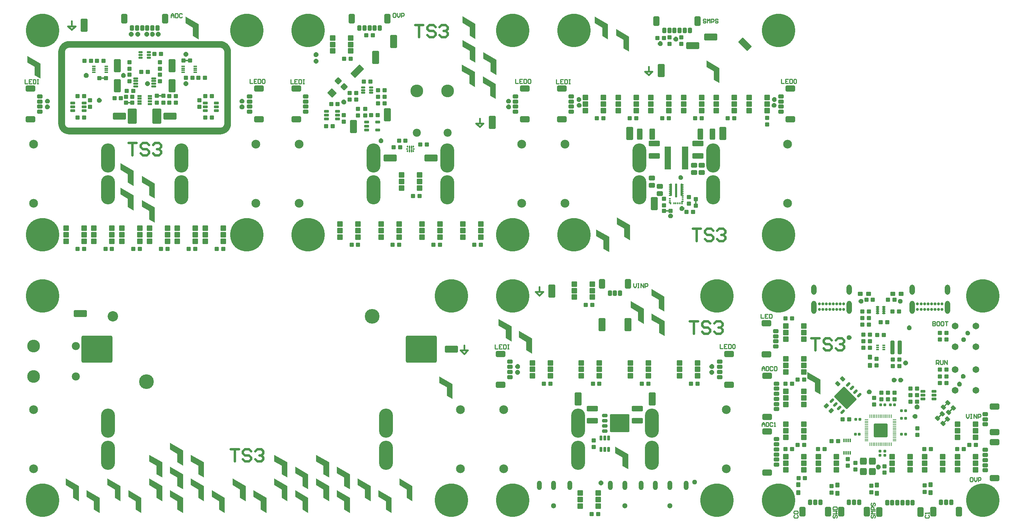
<source format=gts>
G04*
G04 #@! TF.GenerationSoftware,Altium Limited,Altium Designer,23.7.1 (13)*
G04*
G04 Layer_Color=102*
%FSLAX25Y25*%
%MOIN*%
G70*
G04*
G04 #@! TF.SameCoordinates,E357BF57-154A-44AE-955A-2B68D2739ED8*
G04*
G04*
G04 #@! TF.FilePolarity,Negative*
G04*
G01*
G75*
%ADD31C,0.02362*%
%ADD33C,0.01575*%
%ADD35C,0.00984*%
G04:AMPARAMS|DCode=52|XSize=34.45mil|YSize=7.87mil|CornerRadius=1.18mil|HoleSize=0mil|Usage=FLASHONLY|Rotation=0.000|XOffset=0mil|YOffset=0mil|HoleType=Round|Shape=RoundedRectangle|*
%AMROUNDEDRECTD52*
21,1,0.03445,0.00551,0,0,0.0*
21,1,0.03209,0.00787,0,0,0.0*
1,1,0.00236,0.01604,-0.00276*
1,1,0.00236,-0.01604,-0.00276*
1,1,0.00236,-0.01604,0.00276*
1,1,0.00236,0.01604,0.00276*
%
%ADD52ROUNDEDRECTD52*%
G04:AMPARAMS|DCode=56|XSize=7.87mil|YSize=34.45mil|CornerRadius=1.18mil|HoleSize=0mil|Usage=FLASHONLY|Rotation=0.000|XOffset=0mil|YOffset=0mil|HoleType=Round|Shape=RoundedRectangle|*
%AMROUNDEDRECTD56*
21,1,0.00787,0.03209,0,0,0.0*
21,1,0.00551,0.03445,0,0,0.0*
1,1,0.00236,0.00276,-0.01604*
1,1,0.00236,-0.00276,-0.01604*
1,1,0.00236,-0.00276,0.01604*
1,1,0.00236,0.00276,0.01604*
%
%ADD56ROUNDEDRECTD56*%
G04:AMPARAMS|DCode=61|XSize=51.18mil|YSize=98.43mil|CornerRadius=25.59mil|HoleSize=0mil|Usage=FLASHONLY|Rotation=180.000|XOffset=0mil|YOffset=0mil|HoleType=Round|Shape=RoundedRectangle|*
%AMROUNDEDRECTD61*
21,1,0.05118,0.04724,0,0,180.0*
21,1,0.00000,0.09843,0,0,180.0*
1,1,0.05118,0.00000,0.02362*
1,1,0.05118,0.00000,0.02362*
1,1,0.05118,0.00000,-0.02362*
1,1,0.05118,0.00000,-0.02362*
%
%ADD61ROUNDEDRECTD61*%
G04:AMPARAMS|DCode=101|XSize=125.98mil|YSize=51.18mil|CornerRadius=25.59mil|HoleSize=0mil|Usage=FLASHONLY|Rotation=270.000|XOffset=0mil|YOffset=0mil|HoleType=Round|Shape=RoundedRectangle|*
%AMROUNDEDRECTD101*
21,1,0.12598,0.00000,0,0,270.0*
21,1,0.07480,0.05118,0,0,270.0*
1,1,0.05118,0.00000,-0.03740*
1,1,0.05118,0.00000,0.03740*
1,1,0.05118,0.00000,0.03740*
1,1,0.05118,0.00000,-0.03740*
%
%ADD101ROUNDEDRECTD101*%
%ADD102C,0.02756*%
G04:AMPARAMS|DCode=103|XSize=27.56mil|YSize=62.99mil|CornerRadius=13.78mil|HoleSize=0mil|Usage=FLASHONLY|Rotation=180.000|XOffset=0mil|YOffset=0mil|HoleType=Round|Shape=RoundedRectangle|*
%AMROUNDEDRECTD103*
21,1,0.02756,0.03543,0,0,180.0*
21,1,0.00000,0.06299,0,0,180.0*
1,1,0.02756,0.00000,0.01772*
1,1,0.02756,0.00000,0.01772*
1,1,0.02756,0.00000,-0.01772*
1,1,0.02756,0.00000,-0.01772*
%
%ADD103ROUNDEDRECTD103*%
%ADD105C,0.05118*%
G04:AMPARAMS|DCode=163|XSize=20.47mil|YSize=11.81mil|CornerRadius=2.95mil|HoleSize=0mil|Usage=FLASHONLY|Rotation=90.000|XOffset=0mil|YOffset=0mil|HoleType=Round|Shape=RoundedRectangle|*
%AMROUNDEDRECTD163*
21,1,0.02047,0.00591,0,0,90.0*
21,1,0.01457,0.01181,0,0,90.0*
1,1,0.00591,0.00295,0.00728*
1,1,0.00591,0.00295,-0.00728*
1,1,0.00591,-0.00295,-0.00728*
1,1,0.00591,-0.00295,0.00728*
%
%ADD163ROUNDEDRECTD163*%
G04:AMPARAMS|DCode=164|XSize=11.81mil|YSize=21.06mil|CornerRadius=2.95mil|HoleSize=0mil|Usage=FLASHONLY|Rotation=180.000|XOffset=0mil|YOffset=0mil|HoleType=Round|Shape=RoundedRectangle|*
%AMROUNDEDRECTD164*
21,1,0.01181,0.01516,0,0,180.0*
21,1,0.00591,0.02106,0,0,180.0*
1,1,0.00591,-0.00295,0.00758*
1,1,0.00591,0.00295,0.00758*
1,1,0.00591,0.00295,-0.00758*
1,1,0.00591,-0.00295,-0.00758*
%
%ADD164ROUNDEDRECTD164*%
G04:AMPARAMS|DCode=165|XSize=11.81mil|YSize=21.06mil|CornerRadius=2.95mil|HoleSize=0mil|Usage=FLASHONLY|Rotation=90.000|XOffset=0mil|YOffset=0mil|HoleType=Round|Shape=RoundedRectangle|*
%AMROUNDEDRECTD165*
21,1,0.01181,0.01516,0,0,90.0*
21,1,0.00591,0.02106,0,0,90.0*
1,1,0.00591,0.00758,0.00295*
1,1,0.00591,0.00758,-0.00295*
1,1,0.00591,-0.00758,-0.00295*
1,1,0.00591,-0.00758,0.00295*
%
%ADD165ROUNDEDRECTD165*%
G04:AMPARAMS|DCode=166|XSize=11.81mil|YSize=34.96mil|CornerRadius=2.95mil|HoleSize=0mil|Usage=FLASHONLY|Rotation=0.000|XOffset=0mil|YOffset=0mil|HoleType=Round|Shape=RoundedRectangle|*
%AMROUNDEDRECTD166*
21,1,0.01181,0.02906,0,0,0.0*
21,1,0.00591,0.03496,0,0,0.0*
1,1,0.00591,0.00295,-0.01453*
1,1,0.00591,-0.00295,-0.01453*
1,1,0.00591,-0.00295,0.01453*
1,1,0.00591,0.00295,0.01453*
%
%ADD166ROUNDEDRECTD166*%
G04:AMPARAMS|DCode=167|XSize=11.81mil|YSize=20.47mil|CornerRadius=2.95mil|HoleSize=0mil|Usage=FLASHONLY|Rotation=90.000|XOffset=0mil|YOffset=0mil|HoleType=Round|Shape=RoundedRectangle|*
%AMROUNDEDRECTD167*
21,1,0.01181,0.01457,0,0,90.0*
21,1,0.00591,0.02047,0,0,90.0*
1,1,0.00591,0.00728,0.00295*
1,1,0.00591,0.00728,-0.00295*
1,1,0.00591,-0.00728,-0.00295*
1,1,0.00591,-0.00728,0.00295*
%
%ADD167ROUNDEDRECTD167*%
G04:AMPARAMS|DCode=168|XSize=18.9mil|YSize=134.06mil|CornerRadius=4.72mil|HoleSize=0mil|Usage=FLASHONLY|Rotation=0.000|XOffset=0mil|YOffset=0mil|HoleType=Round|Shape=RoundedRectangle|*
%AMROUNDEDRECTD168*
21,1,0.01890,0.12461,0,0,0.0*
21,1,0.00945,0.13406,0,0,0.0*
1,1,0.00945,0.00472,-0.06230*
1,1,0.00945,-0.00472,-0.06230*
1,1,0.00945,-0.00472,0.06230*
1,1,0.00945,0.00472,0.06230*
%
%ADD168ROUNDEDRECTD168*%
G04:AMPARAMS|DCode=169|XSize=23.23mil|YSize=118.11mil|CornerRadius=5.81mil|HoleSize=0mil|Usage=FLASHONLY|Rotation=0.000|XOffset=0mil|YOffset=0mil|HoleType=Round|Shape=RoundedRectangle|*
%AMROUNDEDRECTD169*
21,1,0.02323,0.10650,0,0,0.0*
21,1,0.01161,0.11811,0,0,0.0*
1,1,0.01161,0.00581,-0.05325*
1,1,0.01161,-0.00581,-0.05325*
1,1,0.01161,-0.00581,0.05325*
1,1,0.01161,0.00581,0.05325*
%
%ADD169ROUNDEDRECTD169*%
G04:AMPARAMS|DCode=170|XSize=299.61mil|YSize=260.63mil|CornerRadius=15.69mil|HoleSize=0mil|Usage=FLASHONLY|Rotation=180.000|XOffset=0mil|YOffset=0mil|HoleType=Round|Shape=RoundedRectangle|*
%AMROUNDEDRECTD170*
21,1,0.29961,0.22925,0,0,180.0*
21,1,0.26823,0.26063,0,0,180.0*
1,1,0.03138,-0.13411,0.11463*
1,1,0.03138,0.13411,0.11463*
1,1,0.03138,0.13411,-0.11463*
1,1,0.03138,-0.13411,-0.11463*
%
%ADD170ROUNDEDRECTD170*%
G04:AMPARAMS|DCode=171|XSize=64.96mil|YSize=124.02mil|CornerRadius=5.91mil|HoleSize=0mil|Usage=FLASHONLY|Rotation=90.000|XOffset=0mil|YOffset=0mil|HoleType=Round|Shape=RoundedRectangle|*
%AMROUNDEDRECTD171*
21,1,0.06496,0.11221,0,0,90.0*
21,1,0.05315,0.12402,0,0,90.0*
1,1,0.01181,0.05610,0.02657*
1,1,0.01181,0.05610,-0.02657*
1,1,0.01181,-0.05610,-0.02657*
1,1,0.01181,-0.05610,0.02657*
%
%ADD171ROUNDEDRECTD171*%
G04:AMPARAMS|DCode=172|XSize=64.96mil|YSize=124.02mil|CornerRadius=5.91mil|HoleSize=0mil|Usage=FLASHONLY|Rotation=180.000|XOffset=0mil|YOffset=0mil|HoleType=Round|Shape=RoundedRectangle|*
%AMROUNDEDRECTD172*
21,1,0.06496,0.11221,0,0,180.0*
21,1,0.05315,0.12402,0,0,180.0*
1,1,0.01181,-0.02657,0.05610*
1,1,0.01181,0.02657,0.05610*
1,1,0.01181,0.02657,-0.05610*
1,1,0.01181,-0.02657,-0.05610*
%
%ADD172ROUNDEDRECTD172*%
G04:AMPARAMS|DCode=173|XSize=43.31mil|YSize=37.4mil|CornerRadius=6.1mil|HoleSize=0mil|Usage=FLASHONLY|Rotation=90.000|XOffset=0mil|YOffset=0mil|HoleType=Round|Shape=RoundedRectangle|*
%AMROUNDEDRECTD173*
21,1,0.04331,0.02520,0,0,90.0*
21,1,0.03110,0.03740,0,0,90.0*
1,1,0.01221,0.01260,0.01555*
1,1,0.01221,0.01260,-0.01555*
1,1,0.01221,-0.01260,-0.01555*
1,1,0.01221,-0.01260,0.01555*
%
%ADD173ROUNDEDRECTD173*%
G04:AMPARAMS|DCode=174|XSize=39.37mil|YSize=19.68mil|CornerRadius=4.33mil|HoleSize=0mil|Usage=FLASHONLY|Rotation=0.000|XOffset=0mil|YOffset=0mil|HoleType=Round|Shape=RoundedRectangle|*
%AMROUNDEDRECTD174*
21,1,0.03937,0.01102,0,0,0.0*
21,1,0.03071,0.01968,0,0,0.0*
1,1,0.00866,0.01535,-0.00551*
1,1,0.00866,-0.01535,-0.00551*
1,1,0.00866,-0.01535,0.00551*
1,1,0.00866,0.01535,0.00551*
%
%ADD174ROUNDEDRECTD174*%
G04:AMPARAMS|DCode=175|XSize=15.75mil|YSize=35.43mil|CornerRadius=3.74mil|HoleSize=0mil|Usage=FLASHONLY|Rotation=90.000|XOffset=0mil|YOffset=0mil|HoleType=Round|Shape=RoundedRectangle|*
%AMROUNDEDRECTD175*
21,1,0.01575,0.02795,0,0,90.0*
21,1,0.00827,0.03543,0,0,90.0*
1,1,0.00748,0.01398,0.00413*
1,1,0.00748,0.01398,-0.00413*
1,1,0.00748,-0.01398,-0.00413*
1,1,0.00748,-0.01398,0.00413*
%
%ADD175ROUNDEDRECTD175*%
G04:AMPARAMS|DCode=176|XSize=57.18mil|YSize=90.65mil|CornerRadius=8.12mil|HoleSize=0mil|Usage=FLASHONLY|Rotation=90.000|XOffset=0mil|YOffset=0mil|HoleType=Round|Shape=RoundedRectangle|*
%AMROUNDEDRECTD176*
21,1,0.05718,0.07441,0,0,90.0*
21,1,0.04095,0.09065,0,0,90.0*
1,1,0.01624,0.03720,0.02047*
1,1,0.01624,0.03720,-0.02047*
1,1,0.01624,-0.03720,-0.02047*
1,1,0.01624,-0.03720,0.02047*
%
%ADD176ROUNDEDRECTD176*%
G04:AMPARAMS|DCode=177|XSize=37.4mil|YSize=53.15mil|CornerRadius=6.1mil|HoleSize=0mil|Usage=FLASHONLY|Rotation=90.000|XOffset=0mil|YOffset=0mil|HoleType=Round|Shape=RoundedRectangle|*
%AMROUNDEDRECTD177*
21,1,0.03740,0.04095,0,0,90.0*
21,1,0.02520,0.05315,0,0,90.0*
1,1,0.01221,0.02047,0.01260*
1,1,0.01221,0.02047,-0.01260*
1,1,0.01221,-0.02047,-0.01260*
1,1,0.01221,-0.02047,0.01260*
%
%ADD177ROUNDEDRECTD177*%
G04:AMPARAMS|DCode=178|XSize=53.15mil|YSize=53.15mil|CornerRadius=7.68mil|HoleSize=0mil|Usage=FLASHONLY|Rotation=0.000|XOffset=0mil|YOffset=0mil|HoleType=Round|Shape=RoundedRectangle|*
%AMROUNDEDRECTD178*
21,1,0.05315,0.03780,0,0,0.0*
21,1,0.03780,0.05315,0,0,0.0*
1,1,0.01535,0.01890,-0.01890*
1,1,0.01535,-0.01890,-0.01890*
1,1,0.01535,-0.01890,0.01890*
1,1,0.01535,0.01890,0.01890*
%
%ADD178ROUNDEDRECTD178*%
G04:AMPARAMS|DCode=179|XSize=37.4mil|YSize=53.15mil|CornerRadius=6.1mil|HoleSize=0mil|Usage=FLASHONLY|Rotation=0.000|XOffset=0mil|YOffset=0mil|HoleType=Round|Shape=RoundedRectangle|*
%AMROUNDEDRECTD179*
21,1,0.03740,0.04095,0,0,0.0*
21,1,0.02520,0.05315,0,0,0.0*
1,1,0.01221,0.01260,-0.02047*
1,1,0.01221,-0.01260,-0.02047*
1,1,0.01221,-0.01260,0.02047*
1,1,0.01221,0.01260,0.02047*
%
%ADD179ROUNDEDRECTD179*%
G04:AMPARAMS|DCode=180|XSize=57.18mil|YSize=90.65mil|CornerRadius=8.12mil|HoleSize=0mil|Usage=FLASHONLY|Rotation=0.000|XOffset=0mil|YOffset=0mil|HoleType=Round|Shape=RoundedRectangle|*
%AMROUNDEDRECTD180*
21,1,0.05718,0.07441,0,0,0.0*
21,1,0.04095,0.09065,0,0,0.0*
1,1,0.01624,0.02047,-0.03720*
1,1,0.01624,-0.02047,-0.03720*
1,1,0.01624,-0.02047,0.03720*
1,1,0.01624,0.02047,0.03720*
%
%ADD180ROUNDEDRECTD180*%
G04:AMPARAMS|DCode=181|XSize=43.31mil|YSize=19.68mil|CornerRadius=2.76mil|HoleSize=0mil|Usage=FLASHONLY|Rotation=180.000|XOffset=0mil|YOffset=0mil|HoleType=Round|Shape=RoundedRectangle|*
%AMROUNDEDRECTD181*
21,1,0.04331,0.01417,0,0,180.0*
21,1,0.03780,0.01968,0,0,180.0*
1,1,0.00551,-0.01890,0.00709*
1,1,0.00551,0.01890,0.00709*
1,1,0.00551,0.01890,-0.00709*
1,1,0.00551,-0.01890,-0.00709*
%
%ADD181ROUNDEDRECTD181*%
G04:AMPARAMS|DCode=182|XSize=44.1mil|YSize=20.47mil|CornerRadius=3.15mil|HoleSize=0mil|Usage=FLASHONLY|Rotation=0.000|XOffset=0mil|YOffset=0mil|HoleType=Round|Shape=RoundedRectangle|*
%AMROUNDEDRECTD182*
21,1,0.04410,0.01417,0,0,0.0*
21,1,0.03780,0.02047,0,0,0.0*
1,1,0.00630,0.01890,-0.00709*
1,1,0.00630,-0.01890,-0.00709*
1,1,0.00630,-0.01890,0.00709*
1,1,0.00630,0.01890,0.00709*
%
%ADD182ROUNDEDRECTD182*%
G04:AMPARAMS|DCode=183|XSize=43.31mil|YSize=37.4mil|CornerRadius=6.1mil|HoleSize=0mil|Usage=FLASHONLY|Rotation=180.000|XOffset=0mil|YOffset=0mil|HoleType=Round|Shape=RoundedRectangle|*
%AMROUNDEDRECTD183*
21,1,0.04331,0.02520,0,0,180.0*
21,1,0.03110,0.03740,0,0,180.0*
1,1,0.01221,-0.01555,0.01260*
1,1,0.01221,0.01555,0.01260*
1,1,0.01221,0.01555,-0.01260*
1,1,0.01221,-0.01555,-0.01260*
%
%ADD183ROUNDEDRECTD183*%
G04:AMPARAMS|DCode=184|XSize=44.19mil|YSize=27.87mil|CornerRadius=5.15mil|HoleSize=0mil|Usage=FLASHONLY|Rotation=180.000|XOffset=0mil|YOffset=0mil|HoleType=Round|Shape=RoundedRectangle|*
%AMROUNDEDRECTD184*
21,1,0.04419,0.01758,0,0,180.0*
21,1,0.03389,0.02787,0,0,180.0*
1,1,0.01030,-0.01694,0.00879*
1,1,0.01030,0.01694,0.00879*
1,1,0.01030,0.01694,-0.00879*
1,1,0.01030,-0.01694,-0.00879*
%
%ADD184ROUNDEDRECTD184*%
G04:AMPARAMS|DCode=185|XSize=147.64mil|YSize=84.65mil|CornerRadius=6.89mil|HoleSize=0mil|Usage=FLASHONLY|Rotation=90.000|XOffset=0mil|YOffset=0mil|HoleType=Round|Shape=RoundedRectangle|*
%AMROUNDEDRECTD185*
21,1,0.14764,0.07087,0,0,90.0*
21,1,0.13386,0.08465,0,0,90.0*
1,1,0.01378,0.03543,0.06693*
1,1,0.01378,0.03543,-0.06693*
1,1,0.01378,-0.03543,-0.06693*
1,1,0.01378,-0.03543,0.06693*
%
%ADD185ROUNDEDRECTD185*%
%ADD186C,0.01378*%
G04:AMPARAMS|DCode=187|XSize=53.15mil|YSize=53.15mil|CornerRadius=7.68mil|HoleSize=0mil|Usage=FLASHONLY|Rotation=225.000|XOffset=0mil|YOffset=0mil|HoleType=Round|Shape=RoundedRectangle|*
%AMROUNDEDRECTD187*
21,1,0.05315,0.03780,0,0,225.0*
21,1,0.03780,0.05315,0,0,225.0*
1,1,0.01535,-0.02673,0.00000*
1,1,0.01535,0.00000,0.02673*
1,1,0.01535,0.02673,0.00000*
1,1,0.01535,0.00000,-0.02673*
%
%ADD187ROUNDEDRECTD187*%
G04:AMPARAMS|DCode=188|XSize=68.9mil|YSize=64.96mil|CornerRadius=8.86mil|HoleSize=0mil|Usage=FLASHONLY|Rotation=135.000|XOffset=0mil|YOffset=0mil|HoleType=Round|Shape=RoundedRectangle|*
%AMROUNDEDRECTD188*
21,1,0.06890,0.04724,0,0,135.0*
21,1,0.05118,0.06496,0,0,135.0*
1,1,0.01772,-0.00139,0.03480*
1,1,0.01772,0.03480,-0.00139*
1,1,0.01772,0.00139,-0.03480*
1,1,0.01772,-0.03480,0.00139*
%
%ADD188ROUNDEDRECTD188*%
G04:AMPARAMS|DCode=189|XSize=64.96mil|YSize=124.02mil|CornerRadius=5.91mil|HoleSize=0mil|Usage=FLASHONLY|Rotation=135.000|XOffset=0mil|YOffset=0mil|HoleType=Round|Shape=RoundedRectangle|*
%AMROUNDEDRECTD189*
21,1,0.06496,0.11221,0,0,135.0*
21,1,0.05315,0.12402,0,0,135.0*
1,1,0.01181,0.02088,0.05846*
1,1,0.01181,0.05846,0.02088*
1,1,0.01181,-0.02088,-0.05846*
1,1,0.01181,-0.05846,-0.02088*
%
%ADD189ROUNDEDRECTD189*%
G04:AMPARAMS|DCode=190|XSize=13.97mil|YSize=30.97mil|CornerRadius=2.18mil|HoleSize=0mil|Usage=FLASHONLY|Rotation=0.000|XOffset=0mil|YOffset=0mil|HoleType=Round|Shape=RoundedRectangle|*
%AMROUNDEDRECTD190*
21,1,0.01397,0.02660,0,0,0.0*
21,1,0.00960,0.03097,0,0,0.0*
1,1,0.00437,0.00480,-0.01330*
1,1,0.00437,-0.00480,-0.01330*
1,1,0.00437,-0.00480,0.01330*
1,1,0.00437,0.00480,0.01330*
%
%ADD190ROUNDEDRECTD190*%
G04:AMPARAMS|DCode=191|XSize=20.97mil|YSize=13.97mil|CornerRadius=2.18mil|HoleSize=0mil|Usage=FLASHONLY|Rotation=90.000|XOffset=0mil|YOffset=0mil|HoleType=Round|Shape=RoundedRectangle|*
%AMROUNDEDRECTD191*
21,1,0.02097,0.00960,0,0,90.0*
21,1,0.01660,0.01397,0,0,90.0*
1,1,0.00437,0.00480,0.00830*
1,1,0.00437,0.00480,-0.00830*
1,1,0.00437,-0.00480,-0.00830*
1,1,0.00437,-0.00480,0.00830*
%
%ADD191ROUNDEDRECTD191*%
G04:AMPARAMS|DCode=192|XSize=13.97mil|YSize=19.97mil|CornerRadius=2.18mil|HoleSize=0mil|Usage=FLASHONLY|Rotation=270.000|XOffset=0mil|YOffset=0mil|HoleType=Round|Shape=RoundedRectangle|*
%AMROUNDEDRECTD192*
21,1,0.01397,0.01560,0,0,270.0*
21,1,0.00960,0.01997,0,0,270.0*
1,1,0.00437,-0.00780,-0.00480*
1,1,0.00437,-0.00780,0.00480*
1,1,0.00437,0.00780,0.00480*
1,1,0.00437,0.00780,-0.00480*
%
%ADD192ROUNDEDRECTD192*%
G04:AMPARAMS|DCode=193|XSize=43.31mil|YSize=37.4mil|CornerRadius=6.1mil|HoleSize=0mil|Usage=FLASHONLY|Rotation=135.000|XOffset=0mil|YOffset=0mil|HoleType=Round|Shape=RoundedRectangle|*
%AMROUNDEDRECTD193*
21,1,0.04331,0.02520,0,0,135.0*
21,1,0.03110,0.03740,0,0,135.0*
1,1,0.01221,-0.00209,0.01991*
1,1,0.01221,0.01991,-0.00209*
1,1,0.01221,0.00209,-0.01991*
1,1,0.01221,-0.01991,0.00209*
%
%ADD193ROUNDEDRECTD193*%
G04:AMPARAMS|DCode=194|XSize=49.21mil|YSize=39.37mil|CornerRadius=6.3mil|HoleSize=0mil|Usage=FLASHONLY|Rotation=90.000|XOffset=0mil|YOffset=0mil|HoleType=Round|Shape=RoundedRectangle|*
%AMROUNDEDRECTD194*
21,1,0.04921,0.02677,0,0,90.0*
21,1,0.03661,0.03937,0,0,90.0*
1,1,0.01260,0.01339,0.01831*
1,1,0.01260,0.01339,-0.01831*
1,1,0.01260,-0.01339,-0.01831*
1,1,0.01260,-0.01339,0.01831*
%
%ADD194ROUNDEDRECTD194*%
G04:AMPARAMS|DCode=195|XSize=29.53mil|YSize=25.59mil|CornerRadius=4.92mil|HoleSize=0mil|Usage=FLASHONLY|Rotation=180.000|XOffset=0mil|YOffset=0mil|HoleType=Round|Shape=RoundedRectangle|*
%AMROUNDEDRECTD195*
21,1,0.02953,0.01575,0,0,180.0*
21,1,0.01968,0.02559,0,0,180.0*
1,1,0.00984,-0.00984,0.00787*
1,1,0.00984,0.00984,0.00787*
1,1,0.00984,0.00984,-0.00787*
1,1,0.00984,-0.00984,-0.00787*
%
%ADD195ROUNDEDRECTD195*%
G04:AMPARAMS|DCode=196|XSize=49.21mil|YSize=39.37mil|CornerRadius=6.3mil|HoleSize=0mil|Usage=FLASHONLY|Rotation=180.000|XOffset=0mil|YOffset=0mil|HoleType=Round|Shape=RoundedRectangle|*
%AMROUNDEDRECTD196*
21,1,0.04921,0.02677,0,0,180.0*
21,1,0.03661,0.03937,0,0,180.0*
1,1,0.01260,-0.01831,0.01339*
1,1,0.01260,0.01831,0.01339*
1,1,0.01260,0.01831,-0.01339*
1,1,0.01260,-0.01831,-0.01339*
%
%ADD196ROUNDEDRECTD196*%
G04:AMPARAMS|DCode=197|XSize=15.81mil|YSize=35.5mil|CornerRadius=3.77mil|HoleSize=0mil|Usage=FLASHONLY|Rotation=180.000|XOffset=0mil|YOffset=0mil|HoleType=Round|Shape=RoundedRectangle|*
%AMROUNDEDRECTD197*
21,1,0.01581,0.02795,0,0,180.0*
21,1,0.00827,0.03550,0,0,180.0*
1,1,0.00754,-0.00413,0.01398*
1,1,0.00754,0.00413,0.01398*
1,1,0.00754,0.00413,-0.01398*
1,1,0.00754,-0.00413,-0.01398*
%
%ADD197ROUNDEDRECTD197*%
G04:AMPARAMS|DCode=198|XSize=31.5mil|YSize=17.72mil|CornerRadius=4.72mil|HoleSize=0mil|Usage=FLASHONLY|Rotation=0.000|XOffset=0mil|YOffset=0mil|HoleType=Round|Shape=RoundedRectangle|*
%AMROUNDEDRECTD198*
21,1,0.03150,0.00827,0,0,0.0*
21,1,0.02205,0.01772,0,0,0.0*
1,1,0.00945,0.01102,-0.00413*
1,1,0.00945,-0.01102,-0.00413*
1,1,0.00945,-0.01102,0.00413*
1,1,0.00945,0.01102,0.00413*
%
%ADD198ROUNDEDRECTD198*%
G04:AMPARAMS|DCode=199|XSize=131.89mil|YSize=131.89mil|CornerRadius=6.1mil|HoleSize=0mil|Usage=FLASHONLY|Rotation=0.000|XOffset=0mil|YOffset=0mil|HoleType=Round|Shape=RoundedRectangle|*
%AMROUNDEDRECTD199*
21,1,0.13189,0.11969,0,0,0.0*
21,1,0.11969,0.13189,0,0,0.0*
1,1,0.01221,0.05984,-0.05984*
1,1,0.01221,-0.05984,-0.05984*
1,1,0.01221,-0.05984,0.05984*
1,1,0.01221,0.05984,0.05984*
%
%ADD199ROUNDEDRECTD199*%
G04:AMPARAMS|DCode=200|XSize=64.96mil|YSize=68.9mil|CornerRadius=11.81mil|HoleSize=0mil|Usage=FLASHONLY|Rotation=0.000|XOffset=0mil|YOffset=0mil|HoleType=Round|Shape=RoundedRectangle|*
%AMROUNDEDRECTD200*
21,1,0.06496,0.04528,0,0,0.0*
21,1,0.04134,0.06890,0,0,0.0*
1,1,0.02362,0.02067,-0.02264*
1,1,0.02362,-0.02067,-0.02264*
1,1,0.02362,-0.02067,0.02264*
1,1,0.02362,0.02067,0.02264*
%
%ADD200ROUNDEDRECTD200*%
G04:AMPARAMS|DCode=201|XSize=29.53mil|YSize=25.59mil|CornerRadius=4.92mil|HoleSize=0mil|Usage=FLASHONLY|Rotation=270.000|XOffset=0mil|YOffset=0mil|HoleType=Round|Shape=RoundedRectangle|*
%AMROUNDEDRECTD201*
21,1,0.02953,0.01575,0,0,270.0*
21,1,0.01968,0.02559,0,0,270.0*
1,1,0.00984,-0.00787,-0.00984*
1,1,0.00984,-0.00787,0.00984*
1,1,0.00984,0.00787,0.00984*
1,1,0.00984,0.00787,-0.00984*
%
%ADD201ROUNDEDRECTD201*%
G04:AMPARAMS|DCode=202|XSize=37.8mil|YSize=131.89mil|CornerRadius=6.14mil|HoleSize=0mil|Usage=FLASHONLY|Rotation=180.000|XOffset=0mil|YOffset=0mil|HoleType=Round|Shape=RoundedRectangle|*
%AMROUNDEDRECTD202*
21,1,0.03780,0.11961,0,0,180.0*
21,1,0.02551,0.13189,0,0,180.0*
1,1,0.01228,-0.01276,0.05980*
1,1,0.01228,0.01276,0.05980*
1,1,0.01228,0.01276,-0.05980*
1,1,0.01228,-0.01276,-0.05980*
%
%ADD202ROUNDEDRECTD202*%
G04:AMPARAMS|DCode=203|XSize=43.31mil|YSize=37.4mil|CornerRadius=6.1mil|HoleSize=0mil|Usage=FLASHONLY|Rotation=45.000|XOffset=0mil|YOffset=0mil|HoleType=Round|Shape=RoundedRectangle|*
%AMROUNDEDRECTD203*
21,1,0.04331,0.02520,0,0,45.0*
21,1,0.03110,0.03740,0,0,45.0*
1,1,0.01221,0.01991,0.00209*
1,1,0.01221,-0.00209,-0.01991*
1,1,0.01221,-0.01991,-0.00209*
1,1,0.01221,0.00209,0.01991*
%
%ADD203ROUNDEDRECTD203*%
G04:AMPARAMS|DCode=204|XSize=27.56mil|YSize=13.78mil|CornerRadius=2.76mil|HoleSize=0mil|Usage=FLASHONLY|Rotation=180.000|XOffset=0mil|YOffset=0mil|HoleType=Round|Shape=RoundedRectangle|*
%AMROUNDEDRECTD204*
21,1,0.02756,0.00827,0,0,180.0*
21,1,0.02205,0.01378,0,0,180.0*
1,1,0.00551,-0.01102,0.00413*
1,1,0.00551,0.01102,0.00413*
1,1,0.00551,0.01102,-0.00413*
1,1,0.00551,-0.01102,-0.00413*
%
%ADD204ROUNDEDRECTD204*%
G04:AMPARAMS|DCode=205|XSize=47.24mil|YSize=23.62mil|CornerRadius=5.61mil|HoleSize=0mil|Usage=FLASHONLY|Rotation=45.000|XOffset=0mil|YOffset=0mil|HoleType=Round|Shape=RoundedRectangle|*
%AMROUNDEDRECTD205*
21,1,0.04724,0.01240,0,0,45.0*
21,1,0.03602,0.02362,0,0,45.0*
1,1,0.01122,0.01712,0.00835*
1,1,0.01122,-0.00835,-0.01712*
1,1,0.01122,-0.01712,-0.00835*
1,1,0.01122,0.00835,0.01712*
%
%ADD205ROUNDEDRECTD205*%
G04:AMPARAMS|DCode=206|XSize=139.76mil|YSize=175.2mil|CornerRadius=8.31mil|HoleSize=0mil|Usage=FLASHONLY|Rotation=45.000|XOffset=0mil|YOffset=0mil|HoleType=Round|Shape=RoundedRectangle|*
%AMROUNDEDRECTD206*
21,1,0.13976,0.15858,0,0,45.0*
21,1,0.12315,0.17520,0,0,45.0*
1,1,0.01661,0.09961,-0.01253*
1,1,0.01661,0.01253,-0.09961*
1,1,0.01661,-0.09961,0.01253*
1,1,0.01661,-0.01253,0.09961*
%
%ADD206ROUNDEDRECTD206*%
G04:AMPARAMS|DCode=207|XSize=62.21mil|YSize=222.44mil|CornerRadius=8.58mil|HoleSize=0mil|Usage=FLASHONLY|Rotation=0.000|XOffset=0mil|YOffset=0mil|HoleType=Round|Shape=RoundedRectangle|*
%AMROUNDEDRECTD207*
21,1,0.06221,0.20528,0,0,0.0*
21,1,0.04504,0.22244,0,0,0.0*
1,1,0.01717,0.02252,-0.10264*
1,1,0.01717,-0.02252,-0.10264*
1,1,0.01717,-0.02252,0.10264*
1,1,0.01717,0.02252,0.10264*
%
%ADD207ROUNDEDRECTD207*%
G04:AMPARAMS|DCode=208|XSize=108.27mil|YSize=51.18mil|CornerRadius=7.48mil|HoleSize=0mil|Usage=FLASHONLY|Rotation=0.000|XOffset=0mil|YOffset=0mil|HoleType=Round|Shape=RoundedRectangle|*
%AMROUNDEDRECTD208*
21,1,0.10827,0.03622,0,0,0.0*
21,1,0.09331,0.05118,0,0,0.0*
1,1,0.01496,0.04665,-0.01811*
1,1,0.01496,-0.04665,-0.01811*
1,1,0.01496,-0.04665,0.01811*
1,1,0.01496,0.04665,0.01811*
%
%ADD208ROUNDEDRECTD208*%
G04:AMPARAMS|DCode=209|XSize=59.06mil|YSize=45.28mil|CornerRadius=6.89mil|HoleSize=0mil|Usage=FLASHONLY|Rotation=0.000|XOffset=0mil|YOffset=0mil|HoleType=Round|Shape=RoundedRectangle|*
%AMROUNDEDRECTD209*
21,1,0.05906,0.03150,0,0,0.0*
21,1,0.04528,0.04528,0,0,0.0*
1,1,0.01378,0.02264,-0.01575*
1,1,0.01378,-0.02264,-0.01575*
1,1,0.01378,-0.02264,0.01575*
1,1,0.01378,0.02264,0.01575*
%
%ADD209ROUNDEDRECTD209*%
G04:AMPARAMS|DCode=210|XSize=108.27mil|YSize=51.18mil|CornerRadius=7.48mil|HoleSize=0mil|Usage=FLASHONLY|Rotation=90.000|XOffset=0mil|YOffset=0mil|HoleType=Round|Shape=RoundedRectangle|*
%AMROUNDEDRECTD210*
21,1,0.10827,0.03622,0,0,90.0*
21,1,0.09331,0.05118,0,0,90.0*
1,1,0.01496,0.01811,0.04665*
1,1,0.01496,0.01811,-0.04665*
1,1,0.01496,-0.01811,-0.04665*
1,1,0.01496,-0.01811,0.04665*
%
%ADD210ROUNDEDRECTD210*%
G04:AMPARAMS|DCode=211|XSize=64.96mil|YSize=124.02mil|CornerRadius=5.91mil|HoleSize=0mil|Usage=FLASHONLY|Rotation=225.000|XOffset=0mil|YOffset=0mil|HoleType=Round|Shape=RoundedRectangle|*
%AMROUNDEDRECTD211*
21,1,0.06496,0.11221,0,0,225.0*
21,1,0.05315,0.12402,0,0,225.0*
1,1,0.01181,-0.05846,0.02088*
1,1,0.01181,-0.02088,0.05846*
1,1,0.01181,0.05846,-0.02088*
1,1,0.01181,0.02088,-0.05846*
%
%ADD211ROUNDEDRECTD211*%
G04:AMPARAMS|DCode=212|XSize=44.19mil|YSize=27.87mil|CornerRadius=5.15mil|HoleSize=0mil|Usage=FLASHONLY|Rotation=90.000|XOffset=0mil|YOffset=0mil|HoleType=Round|Shape=RoundedRectangle|*
%AMROUNDEDRECTD212*
21,1,0.04419,0.01758,0,0,90.0*
21,1,0.03389,0.02787,0,0,90.0*
1,1,0.01030,0.00879,0.01694*
1,1,0.01030,0.00879,-0.01694*
1,1,0.01030,-0.00879,-0.01694*
1,1,0.01030,-0.00879,0.01694*
%
%ADD212ROUNDEDRECTD212*%
G04:AMPARAMS|DCode=213|XSize=171.26mil|YSize=187.01mil|CornerRadius=7.09mil|HoleSize=0mil|Usage=FLASHONLY|Rotation=270.000|XOffset=0mil|YOffset=0mil|HoleType=Round|Shape=RoundedRectangle|*
%AMROUNDEDRECTD213*
21,1,0.17126,0.17284,0,0,270.0*
21,1,0.15709,0.18701,0,0,270.0*
1,1,0.01417,-0.08642,-0.07854*
1,1,0.01417,-0.08642,0.07854*
1,1,0.01417,0.08642,0.07854*
1,1,0.01417,0.08642,-0.07854*
%
%ADD213ROUNDEDRECTD213*%
G04:AMPARAMS|DCode=214|XSize=51.18mil|YSize=33.47mil|CornerRadius=5.71mil|HoleSize=0mil|Usage=FLASHONLY|Rotation=0.000|XOffset=0mil|YOffset=0mil|HoleType=Round|Shape=RoundedRectangle|*
%AMROUNDEDRECTD214*
21,1,0.05118,0.02205,0,0,0.0*
21,1,0.03976,0.03347,0,0,0.0*
1,1,0.01142,0.01988,-0.01102*
1,1,0.01142,-0.01988,-0.01102*
1,1,0.01142,-0.01988,0.01102*
1,1,0.01142,0.01988,0.01102*
%
%ADD214ROUNDEDRECTD214*%
%ADD215C,0.08465*%
%ADD216C,0.12284*%
%ADD217C,0.07795*%
%ADD218C,0.14173*%
%ADD219C,0.10000*%
%ADD220O,0.13386X0.28150*%
%ADD221C,0.32087*%
%ADD222C,0.06496*%
%ADD223O,0.04756X0.09118*%
G36*
X230361Y569584D02*
X230406Y569573D01*
X230437Y569560D01*
X230449Y569555D01*
X230489Y569531D01*
X230524Y569501D01*
X231705Y568320D01*
X231736Y568284D01*
X231760Y568245D01*
X231765Y568232D01*
X231778Y568202D01*
X231789Y568157D01*
X231792Y568110D01*
Y566535D01*
X231789Y566489D01*
X231778Y566444D01*
X231765Y566413D01*
X231760Y566401D01*
X231736Y566361D01*
X231705Y566326D01*
X230524Y565145D01*
X230489Y565115D01*
X230449Y565090D01*
X230437Y565085D01*
X230406Y565073D01*
X230361Y565062D01*
X230315Y565058D01*
X228740D01*
X228694Y565062D01*
X228649Y565073D01*
X228618Y565085D01*
X228606Y565090D01*
X228566Y565115D01*
X228531Y565145D01*
X227350Y566326D01*
X227319Y566361D01*
X227295Y566401D01*
X227290Y566413D01*
X227277Y566444D01*
X227267Y566489D01*
X227263Y566535D01*
Y568110D01*
X227267Y568157D01*
X227277Y568202D01*
X227290Y568232D01*
X227295Y568245D01*
X227319Y568284D01*
X227350Y568320D01*
X228531Y569501D01*
X228566Y569531D01*
X228606Y569555D01*
X228618Y569560D01*
X228649Y569573D01*
X228694Y569584D01*
X228740Y569588D01*
X230315D01*
X230361Y569584D01*
D02*
G37*
G36*
X224850D02*
X224895Y569573D01*
X224925Y569560D01*
X224938Y569555D01*
X224977Y569531D01*
X225013Y569501D01*
X226194Y568320D01*
X226224Y568284D01*
X226248Y568245D01*
X226253Y568232D01*
X226266Y568202D01*
X226277Y568157D01*
X226280Y568110D01*
Y566535D01*
X226277Y566489D01*
X226266Y566444D01*
X226253Y566413D01*
X226248Y566401D01*
X226224Y566361D01*
X226194Y566326D01*
X225013Y565145D01*
X224977Y565115D01*
X224938Y565090D01*
X224925Y565085D01*
X224895Y565073D01*
X224850Y565062D01*
X224803Y565058D01*
X223228D01*
X223182Y565062D01*
X223137Y565073D01*
X223106Y565085D01*
X223094Y565090D01*
X223054Y565115D01*
X223019Y565145D01*
X221838Y566326D01*
X221808Y566361D01*
X221783Y566401D01*
X221778Y566413D01*
X221765Y566444D01*
X221755Y566489D01*
X221751Y566535D01*
Y568110D01*
X221755Y568157D01*
X221765Y568202D01*
X221778Y568232D01*
X221783Y568245D01*
X221808Y568284D01*
X221838Y568320D01*
X223019Y569501D01*
X223054Y569531D01*
X223094Y569555D01*
X223106Y569560D01*
X223137Y569573D01*
X223182Y569584D01*
X223228Y569588D01*
X224803D01*
X224850Y569584D01*
D02*
G37*
G36*
X219338D02*
X219383Y569573D01*
X219413Y569560D01*
X219426Y569555D01*
X219465Y569531D01*
X219501Y569501D01*
X220682Y568320D01*
X220712Y568284D01*
X220736Y568245D01*
X220742Y568232D01*
X220754Y568202D01*
X220765Y568157D01*
X220769Y568110D01*
Y566535D01*
X220765Y566489D01*
X220754Y566444D01*
X220742Y566413D01*
X220736Y566401D01*
X220712Y566361D01*
X220682Y566326D01*
X219501Y565145D01*
X219465Y565115D01*
X219426Y565090D01*
X219413Y565085D01*
X219383Y565073D01*
X219338Y565062D01*
X219291Y565058D01*
X217717D01*
X217670Y565062D01*
X217625Y565073D01*
X217595Y565085D01*
X217582Y565090D01*
X217542Y565115D01*
X217507Y565145D01*
X216326Y566326D01*
X216296Y566361D01*
X216271Y566401D01*
X216266Y566413D01*
X216254Y566444D01*
X216243Y566489D01*
X216239Y566535D01*
Y568110D01*
X216243Y568157D01*
X216254Y568202D01*
X216266Y568232D01*
X216271Y568245D01*
X216296Y568284D01*
X216326Y568320D01*
X217507Y569501D01*
X217542Y569531D01*
X217582Y569555D01*
X217595Y569560D01*
X217625Y569573D01*
X217670Y569584D01*
X217717Y569588D01*
X219291D01*
X219338Y569584D01*
D02*
G37*
G36*
X210676D02*
X210721Y569573D01*
X210752Y569560D01*
X210764Y569555D01*
X210804Y569531D01*
X210839Y569501D01*
X212020Y568320D01*
X212051Y568284D01*
X212075Y568245D01*
X212080Y568232D01*
X212093Y568202D01*
X212104Y568157D01*
X212107Y568110D01*
Y566535D01*
X212104Y566489D01*
X212093Y566444D01*
X212080Y566413D01*
X212075Y566401D01*
X212051Y566361D01*
X212020Y566326D01*
X210839Y565145D01*
X210804Y565115D01*
X210764Y565090D01*
X210752Y565085D01*
X210721Y565073D01*
X210676Y565062D01*
X210630Y565058D01*
X209055D01*
X209009Y565062D01*
X208964Y565073D01*
X208933Y565085D01*
X208921Y565090D01*
X208881Y565115D01*
X208846Y565145D01*
X207665Y566326D01*
X207634Y566361D01*
X207610Y566401D01*
X207605Y566413D01*
X207592Y566444D01*
X207581Y566489D01*
X207578Y566535D01*
Y568110D01*
X207581Y568157D01*
X207592Y568202D01*
X207605Y568232D01*
X207610Y568245D01*
X207634Y568284D01*
X207665Y568320D01*
X208846Y569501D01*
X208881Y569531D01*
X208921Y569555D01*
X208933Y569560D01*
X208964Y569573D01*
X209009Y569584D01*
X209055Y569588D01*
X210630D01*
X210676Y569584D01*
D02*
G37*
G36*
X204377D02*
X204422Y569573D01*
X204453Y569560D01*
X204465Y569555D01*
X204505Y569531D01*
X204540Y569501D01*
X205721Y568320D01*
X205751Y568284D01*
X205776Y568245D01*
X205781Y568232D01*
X205793Y568202D01*
X205804Y568157D01*
X205808Y568110D01*
Y566535D01*
X205804Y566489D01*
X205793Y566444D01*
X205781Y566413D01*
X205776Y566401D01*
X205751Y566361D01*
X205721Y566326D01*
X204540Y565145D01*
X204505Y565115D01*
X204465Y565090D01*
X204453Y565085D01*
X204422Y565073D01*
X204377Y565062D01*
X204331Y565058D01*
X202756D01*
X202710Y565062D01*
X202664Y565073D01*
X202634Y565085D01*
X202621Y565090D01*
X202582Y565115D01*
X202547Y565145D01*
X201365Y566326D01*
X201335Y566361D01*
X201311Y566401D01*
X201306Y566413D01*
X201293Y566444D01*
X201282Y566489D01*
X201279Y566535D01*
Y568110D01*
X201282Y568157D01*
X201293Y568202D01*
X201306Y568232D01*
X201311Y568245D01*
X201335Y568284D01*
X201365Y568320D01*
X202547Y569501D01*
X202582Y569531D01*
X202621Y569555D01*
X202634Y569560D01*
X202664Y569573D01*
X202710Y569584D01*
X202756Y569588D01*
X204331D01*
X204377Y569584D01*
D02*
G37*
G36*
X535018Y577314D02*
Y562766D01*
X529506Y565948D01*
Y574131D01*
X522420Y578223D01*
Y584587D01*
X535018Y577314D01*
D02*
G37*
G36*
X662577Y576920D02*
Y562372D01*
X657065Y565555D01*
Y573738D01*
X649978Y577829D01*
Y584194D01*
X662577Y576920D01*
D02*
G37*
G36*
X268482D02*
Y562372D01*
X262971Y565555D01*
Y573738D01*
X255884Y577829D01*
Y584194D01*
X268482Y576920D01*
D02*
G37*
G36*
X289432Y560729D02*
X289439Y560729D01*
X289941Y560704D01*
X289948Y560703D01*
X289955Y560703D01*
X290456Y560654D01*
X290463Y560653D01*
X290470Y560652D01*
X290967Y560578D01*
X290974Y560577D01*
X290982Y560576D01*
X291474Y560478D01*
X291481Y560476D01*
X291489Y560475D01*
X291976Y560353D01*
X291983Y560350D01*
X291990Y560349D01*
X292471Y560203D01*
X292478Y560200D01*
X292485Y560198D01*
X292958Y560029D01*
X292965Y560026D01*
X292972Y560024D01*
X293436Y559831D01*
X293443Y559828D01*
X293449Y559826D01*
X293904Y559611D01*
X293910Y559607D01*
X293917Y559604D01*
X294360Y559367D01*
X294366Y559363D01*
X294372Y559360D01*
X294804Y559102D01*
X294809Y559097D01*
X294816Y559094D01*
X295234Y558815D01*
X295239Y558810D01*
X295246Y558806D01*
X295649Y558507D01*
X295655Y558502D01*
X295661Y558498D01*
X296049Y558179D01*
X296054Y558174D01*
X296060Y558170D01*
X296432Y557832D01*
X296438Y557827D01*
X296443Y557822D01*
X296798Y557467D01*
X296803Y557461D01*
X296809Y557456D01*
X297146Y557084D01*
X297150Y557078D01*
X297155Y557073D01*
X297474Y556684D01*
X297479Y556678D01*
X297483Y556673D01*
X297783Y556269D01*
X297786Y556263D01*
X297791Y556257D01*
X298070Y555839D01*
X298074Y555833D01*
X298078Y555827D01*
X298336Y555396D01*
X298340Y555389D01*
X298343Y555383D01*
X298580Y554940D01*
X298583Y554934D01*
X298587Y554927D01*
X298802Y554473D01*
X298804Y554466D01*
X298808Y554460D01*
X299000Y553995D01*
X299002Y553988D01*
X299005Y553982D01*
X299175Y553509D01*
X299177Y553502D01*
X299179Y553495D01*
X299325Y553014D01*
X299327Y553007D01*
X299329Y553000D01*
X299451Y552512D01*
X299452Y552505D01*
X299454Y552498D01*
X299552Y552005D01*
X299553Y551998D01*
X299555Y551991D01*
X299628Y551494D01*
X299629Y551486D01*
X299630Y551479D01*
X299680Y550979D01*
X299680Y550972D01*
X299681Y550965D01*
X299705Y550463D01*
X299705Y550455D01*
X299706Y550448D01*
Y550197D01*
Y514764D01*
Y481299D01*
Y481048D01*
X299705Y481041D01*
X299705Y481033D01*
X299681Y480531D01*
X299680Y480524D01*
X299680Y480517D01*
X299630Y480017D01*
X299629Y480010D01*
X299628Y480002D01*
X299555Y479505D01*
X299553Y479498D01*
X299552Y479491D01*
X299454Y478998D01*
X299452Y478991D01*
X299451Y478984D01*
X299329Y478496D01*
X299327Y478489D01*
X299325Y478482D01*
X299179Y478001D01*
X299177Y477995D01*
X299175Y477987D01*
X299005Y477514D01*
X299002Y477508D01*
X299000Y477501D01*
X298808Y477037D01*
X298804Y477030D01*
X298802Y477023D01*
X298587Y476569D01*
X298583Y476563D01*
X298580Y476556D01*
X298343Y476113D01*
X298340Y476107D01*
X298336Y476100D01*
X298078Y475669D01*
X298074Y475663D01*
X298070Y475657D01*
X297791Y475239D01*
X297786Y475233D01*
X297783Y475227D01*
X297483Y474823D01*
X297479Y474818D01*
X297474Y474812D01*
X297155Y474423D01*
X297150Y474418D01*
X297146Y474412D01*
X296809Y474040D01*
X296803Y474035D01*
X296798Y474029D01*
X296443Y473674D01*
X296438Y473669D01*
X296432Y473664D01*
X296060Y473326D01*
X296054Y473322D01*
X296049Y473317D01*
X295661Y472998D01*
X295655Y472994D01*
X295649Y472989D01*
X295246Y472690D01*
X295239Y472686D01*
X295234Y472681D01*
X294816Y472402D01*
X294809Y472399D01*
X294804Y472394D01*
X294372Y472136D01*
X294366Y472133D01*
X294360Y472129D01*
X293917Y471892D01*
X293910Y471889D01*
X293904Y471885D01*
X293449Y471671D01*
X293443Y471668D01*
X293436Y471665D01*
X292972Y471472D01*
X292965Y471470D01*
X292958Y471467D01*
X292485Y471298D01*
X292478Y471296D01*
X292471Y471293D01*
X291990Y471147D01*
X291983Y471146D01*
X291976Y471143D01*
X291489Y471021D01*
X291481Y471020D01*
X291474Y471018D01*
X290982Y470920D01*
X290974Y470919D01*
X290967Y470918D01*
X290470Y470844D01*
X290463Y470843D01*
X290456Y470842D01*
X289955Y470793D01*
X289948Y470793D01*
X289941Y470792D01*
X289439Y470767D01*
X289432Y470767D01*
X289424Y470767D01*
X143646D01*
X143639Y470767D01*
X143632Y470767D01*
X143130Y470792D01*
X143123Y470793D01*
X143115Y470793D01*
X142615Y470842D01*
X142608Y470843D01*
X142601Y470844D01*
X142104Y470918D01*
X142097Y470919D01*
X142089Y470920D01*
X141596Y471018D01*
X141589Y471020D01*
X141582Y471021D01*
X141095Y471143D01*
X141088Y471146D01*
X141081Y471147D01*
X140600Y471293D01*
X140593Y471296D01*
X140586Y471298D01*
X140113Y471467D01*
X140106Y471470D01*
X140099Y471472D01*
X139635Y471665D01*
X139628Y471668D01*
X139622Y471671D01*
X139167Y471885D01*
X139161Y471889D01*
X139154Y471892D01*
X138711Y472129D01*
X138705Y472133D01*
X138698Y472136D01*
X138267Y472394D01*
X138261Y472399D01*
X138255Y472402D01*
X137837Y472681D01*
X137831Y472686D01*
X137825Y472690D01*
X137422Y472989D01*
X137416Y472994D01*
X137410Y472998D01*
X137022Y473317D01*
X137016Y473322D01*
X137011Y473326D01*
X136638Y473664D01*
X136633Y473669D01*
X136628Y473674D01*
X136272Y474029D01*
X136268Y474035D01*
X136262Y474040D01*
X135925Y474412D01*
X135920Y474418D01*
X135915Y474423D01*
X135597Y474812D01*
X135592Y474818D01*
X135588Y474823D01*
X135288Y475227D01*
X135284Y475233D01*
X135280Y475239D01*
X135001Y475657D01*
X134997Y475663D01*
X134993Y475669D01*
X134734Y476100D01*
X134731Y476107D01*
X134727Y476113D01*
X134490Y476556D01*
X134487Y476563D01*
X134484Y476569D01*
X134269Y477023D01*
X134266Y477030D01*
X134263Y477037D01*
X134071Y477501D01*
X134069Y477508D01*
X134066Y477514D01*
X133896Y477987D01*
X133894Y477995D01*
X133892Y478001D01*
X133746Y478482D01*
X133744Y478489D01*
X133742Y478496D01*
X133620Y478984D01*
X133619Y478991D01*
X133617Y478998D01*
X133519Y479491D01*
X133518Y479498D01*
X133516Y479505D01*
X133442Y480002D01*
X133442Y480010D01*
X133441Y480017D01*
X133391Y480517D01*
X133391Y480524D01*
X133390Y480531D01*
X133366Y481033D01*
X133366Y481041D01*
X133365Y481048D01*
Y481299D01*
Y511811D01*
Y514764D01*
Y550197D01*
Y550448D01*
X133366Y550455D01*
X133366Y550463D01*
X133390Y550965D01*
X133391Y550972D01*
X133391Y550979D01*
X133441Y551479D01*
X133442Y551486D01*
X133442Y551494D01*
X133516Y551991D01*
X133518Y551998D01*
X133519Y552005D01*
X133617Y552498D01*
X133619Y552505D01*
X133620Y552512D01*
X133742Y553000D01*
X133744Y553007D01*
X133746Y553014D01*
X133892Y553495D01*
X133894Y553502D01*
X133896Y553509D01*
X134066Y553982D01*
X134069Y553988D01*
X134071Y553995D01*
X134263Y554460D01*
X134266Y554466D01*
X134269Y554473D01*
X134484Y554927D01*
X134487Y554934D01*
X134490Y554940D01*
X134727Y555383D01*
X134731Y555389D01*
X134734Y555396D01*
X134993Y555827D01*
X134997Y555833D01*
X135001Y555839D01*
X135280Y556257D01*
X135284Y556263D01*
X135288Y556269D01*
X135588Y556673D01*
X135592Y556678D01*
X135597Y556684D01*
X135915Y557073D01*
X135920Y557078D01*
X135925Y557084D01*
X136262Y557456D01*
X136268Y557461D01*
X136272Y557467D01*
X136628Y557822D01*
X136633Y557827D01*
X136638Y557832D01*
X137011Y558170D01*
X137016Y558174D01*
X137022Y558179D01*
X137410Y558498D01*
X137416Y558502D01*
X137422Y558507D01*
X137825Y558806D01*
X137831Y558810D01*
X137837Y558815D01*
X138255Y559094D01*
X138261Y559097D01*
X138267Y559102D01*
X138698Y559360D01*
X138705Y559363D01*
X138711Y559367D01*
X139154Y559604D01*
X139161Y559607D01*
X139167Y559611D01*
X139622Y559826D01*
X139628Y559828D01*
X139635Y559831D01*
X140099Y560024D01*
X140106Y560026D01*
X140113Y560029D01*
X140586Y560198D01*
X140593Y560200D01*
X140600Y560203D01*
X141081Y560349D01*
X141088Y560350D01*
X141095Y560353D01*
X141582Y560475D01*
X141589Y560476D01*
X141596Y560478D01*
X142089Y560576D01*
X142097Y560577D01*
X142104Y560578D01*
X142601Y560652D01*
X142608Y560653D01*
X142615Y560654D01*
X143115Y560703D01*
X143123Y560703D01*
X143130Y560704D01*
X143632Y560729D01*
X143639Y560729D01*
X143646Y560729D01*
X289424D01*
X289432Y560729D01*
D02*
G37*
G36*
X728787Y564859D02*
X728832Y564849D01*
X728862Y564836D01*
X728875Y564831D01*
X728914Y564807D01*
X728950Y564776D01*
X730131Y563595D01*
X730161Y563560D01*
X730185Y563520D01*
X730190Y563508D01*
X730203Y563477D01*
X730214Y563432D01*
X730217Y563386D01*
Y561811D01*
X730214Y561765D01*
X730203Y561720D01*
X730190Y561689D01*
X730185Y561677D01*
X730161Y561637D01*
X730131Y561602D01*
X728950Y560421D01*
X728914Y560390D01*
X728875Y560366D01*
X728862Y560361D01*
X728832Y560348D01*
X728787Y560337D01*
X728740Y560334D01*
X727165D01*
X727119Y560337D01*
X727074Y560348D01*
X727043Y560361D01*
X727031Y560366D01*
X726991Y560390D01*
X726956Y560421D01*
X725775Y561602D01*
X725745Y561637D01*
X725720Y561677D01*
X725715Y561689D01*
X725702Y561720D01*
X725692Y561765D01*
X725688Y561811D01*
Y563386D01*
X725692Y563432D01*
X725702Y563477D01*
X725715Y563508D01*
X725720Y563520D01*
X725745Y563560D01*
X725775Y563595D01*
X726956Y564776D01*
X726991Y564807D01*
X727031Y564831D01*
X727043Y564836D01*
X727074Y564849D01*
X727119Y564859D01*
X727165Y564863D01*
X728740D01*
X728787Y564859D01*
D02*
G37*
G36*
X713826Y560529D02*
X713871Y560518D01*
X713901Y560505D01*
X713914Y560500D01*
X713954Y560476D01*
X713989Y560446D01*
X715170Y559265D01*
X715200Y559229D01*
X715225Y559190D01*
X715230Y559177D01*
X715242Y559147D01*
X715253Y559101D01*
X715257Y559055D01*
Y557480D01*
X715253Y557434D01*
X715242Y557389D01*
X715230Y557358D01*
X715225Y557346D01*
X715200Y557306D01*
X715170Y557271D01*
X713989Y556090D01*
X713954Y556060D01*
X713914Y556035D01*
X713901Y556030D01*
X713871Y556017D01*
X713826Y556007D01*
X713779Y556003D01*
X712205D01*
X712158Y556007D01*
X712113Y556017D01*
X712083Y556030D01*
X712070Y556035D01*
X712031Y556060D01*
X711995Y556090D01*
X710814Y557271D01*
X710784Y557306D01*
X710760Y557346D01*
X710754Y557358D01*
X710742Y557389D01*
X710731Y557434D01*
X710727Y557480D01*
Y559055D01*
X710731Y559101D01*
X710742Y559147D01*
X710754Y559177D01*
X710760Y559190D01*
X710784Y559229D01*
X710814Y559265D01*
X711995Y560446D01*
X712031Y560476D01*
X712070Y560500D01*
X712083Y560505D01*
X712113Y560518D01*
X712158Y560529D01*
X712205Y560532D01*
X713779D01*
X713826Y560529D01*
D02*
G37*
G36*
X683049Y565109D02*
Y550561D01*
X677538Y553744D01*
Y561927D01*
X670451Y566018D01*
Y572382D01*
X683049Y565109D01*
D02*
G37*
G36*
X382330Y549899D02*
X382375Y549888D01*
X382405Y549875D01*
X382418Y549870D01*
X382458Y549846D01*
X382493Y549816D01*
X383674Y548635D01*
X383704Y548599D01*
X383729Y548560D01*
X383734Y548547D01*
X383746Y548517D01*
X383757Y548472D01*
X383761Y548425D01*
Y546850D01*
X383757Y546804D01*
X383746Y546759D01*
X383734Y546729D01*
X383729Y546716D01*
X383704Y546676D01*
X383674Y546641D01*
X382493Y545460D01*
X382458Y545430D01*
X382418Y545405D01*
X382405Y545400D01*
X382375Y545388D01*
X382330Y545377D01*
X382283Y545373D01*
X380709D01*
X380662Y545377D01*
X380617Y545388D01*
X380587Y545400D01*
X380574Y545405D01*
X380535Y545430D01*
X380499Y545460D01*
X379318Y546641D01*
X379288Y546676D01*
X379264Y546716D01*
X379258Y546729D01*
X379246Y546759D01*
X379235Y546804D01*
X379231Y546850D01*
Y548425D01*
X379235Y548472D01*
X379246Y548517D01*
X379258Y548547D01*
X379264Y548560D01*
X379288Y548599D01*
X379318Y548635D01*
X380499Y549816D01*
X380535Y549846D01*
X380574Y549870D01*
X380587Y549875D01*
X380617Y549888D01*
X380662Y549899D01*
X380709Y549902D01*
X382283D01*
X382330Y549899D01*
D02*
G37*
G36*
X535018Y554479D02*
Y539931D01*
X529506Y543114D01*
Y551297D01*
X522420Y555388D01*
Y561753D01*
X535018Y554479D01*
D02*
G37*
G36*
X382367Y543637D02*
X382412Y543626D01*
X382443Y543614D01*
X382455Y543608D01*
X382495Y543584D01*
X382530Y543554D01*
X383711Y542373D01*
X383742Y542338D01*
X383766Y542298D01*
X383771Y542285D01*
X383784Y542255D01*
X383794Y542210D01*
X383798Y542163D01*
Y540589D01*
X383794Y540542D01*
X383784Y540497D01*
X383771Y540467D01*
X383766Y540454D01*
X383742Y540414D01*
X383711Y540379D01*
X382530Y539198D01*
X382495Y539168D01*
X382455Y539144D01*
X382443Y539138D01*
X382412Y539126D01*
X382367Y539115D01*
X382321Y539111D01*
X380746D01*
X380700Y539115D01*
X380655Y539126D01*
X380624Y539138D01*
X380612Y539144D01*
X380572Y539168D01*
X380537Y539198D01*
X379356Y540379D01*
X379325Y540414D01*
X379301Y540454D01*
X379296Y540467D01*
X379283Y540497D01*
X379272Y540542D01*
X379269Y540589D01*
Y542163D01*
X379272Y542210D01*
X379283Y542255D01*
X379296Y542285D01*
X379301Y542298D01*
X379325Y542338D01*
X379356Y542373D01*
X380537Y543554D01*
X380572Y543584D01*
X380612Y543608D01*
X380624Y543614D01*
X380655Y543626D01*
X380700Y543637D01*
X380746Y543641D01*
X382321D01*
X382367Y543637D01*
D02*
G37*
G36*
X555097Y542668D02*
Y528121D01*
X549585Y531303D01*
Y539486D01*
X542498Y543577D01*
Y549942D01*
X555097Y542668D01*
D02*
G37*
G36*
X116120Y539125D02*
Y524577D01*
X110608Y527759D01*
Y535942D01*
X103522Y540034D01*
Y546398D01*
X116120Y539125D01*
D02*
G37*
G36*
X770057Y534794D02*
Y520247D01*
X764545Y523429D01*
Y531612D01*
X757459Y535703D01*
Y542068D01*
X770057Y534794D01*
D02*
G37*
G36*
X534624Y530857D02*
Y516309D01*
X529112Y519492D01*
Y527675D01*
X522026Y531766D01*
Y538131D01*
X534624Y530857D01*
D02*
G37*
G36*
X554703Y519440D02*
Y504892D01*
X549191Y508074D01*
Y516257D01*
X542104Y520349D01*
Y526713D01*
X554703Y519440D01*
D02*
G37*
G36*
X823619Y506641D02*
X823664Y506630D01*
X823695Y506618D01*
X823707Y506612D01*
X823747Y506588D01*
X823782Y506558D01*
X824963Y505377D01*
X824994Y505341D01*
X825018Y505302D01*
X825023Y505289D01*
X825036Y505259D01*
X825047Y505214D01*
X825050Y505167D01*
Y503592D01*
X825047Y503546D01*
X825036Y503501D01*
X825023Y503471D01*
X825018Y503458D01*
X824994Y503418D01*
X824963Y503383D01*
X823782Y502202D01*
X823747Y502172D01*
X823707Y502147D01*
X823695Y502142D01*
X823664Y502130D01*
X823619Y502119D01*
X823573Y502115D01*
X821998D01*
X821952Y502119D01*
X821906Y502130D01*
X821876Y502142D01*
X821863Y502147D01*
X821824Y502172D01*
X821789Y502202D01*
X820607Y503383D01*
X820577Y503418D01*
X820553Y503458D01*
X820548Y503471D01*
X820535Y503501D01*
X820524Y503546D01*
X820521Y503592D01*
Y505167D01*
X820524Y505214D01*
X820535Y505259D01*
X820548Y505289D01*
X820553Y505302D01*
X820577Y505341D01*
X820607Y505377D01*
X821789Y506558D01*
X821824Y506588D01*
X821863Y506612D01*
X821876Y506618D01*
X821906Y506630D01*
X821952Y506641D01*
X821998Y506645D01*
X823573D01*
X823619Y506641D01*
D02*
G37*
G36*
X635529D02*
X635574Y506630D01*
X635604Y506618D01*
X635617Y506612D01*
X635656Y506588D01*
X635692Y506558D01*
X636873Y505377D01*
X636903Y505341D01*
X636927Y505302D01*
X636933Y505289D01*
X636945Y505259D01*
X636956Y505214D01*
X636960Y505167D01*
Y503592D01*
X636956Y503546D01*
X636945Y503501D01*
X636933Y503471D01*
X636927Y503458D01*
X636903Y503418D01*
X636873Y503383D01*
X635692Y502202D01*
X635656Y502172D01*
X635617Y502147D01*
X635604Y502142D01*
X635574Y502130D01*
X635529Y502119D01*
X635482Y502115D01*
X633908D01*
X633861Y502119D01*
X633816Y502130D01*
X633786Y502142D01*
X633773Y502147D01*
X633733Y502172D01*
X633698Y502202D01*
X632517Y503383D01*
X632487Y503418D01*
X632462Y503458D01*
X632457Y503471D01*
X632445Y503501D01*
X632434Y503546D01*
X632430Y503592D01*
Y505167D01*
X632434Y505214D01*
X632445Y505259D01*
X632457Y505289D01*
X632462Y505302D01*
X632487Y505341D01*
X632517Y505377D01*
X633698Y506558D01*
X633733Y506588D01*
X633773Y506612D01*
X633786Y506618D01*
X633816Y506630D01*
X633861Y506641D01*
X633908Y506645D01*
X635482D01*
X635529Y506641D01*
D02*
G37*
G36*
X567763Y505017D02*
X567808Y505006D01*
X567838Y504993D01*
X567851Y504988D01*
X567891Y504964D01*
X567926Y504934D01*
X569107Y503753D01*
X569137Y503717D01*
X569162Y503678D01*
X569167Y503665D01*
X569179Y503635D01*
X569190Y503590D01*
X569194Y503543D01*
Y501968D01*
X569190Y501922D01*
X569179Y501877D01*
X569167Y501847D01*
X569162Y501834D01*
X569137Y501794D01*
X569107Y501759D01*
X567926Y500578D01*
X567891Y500548D01*
X567851Y500524D01*
X567838Y500518D01*
X567808Y500506D01*
X567763Y500495D01*
X567717Y500491D01*
X566142D01*
X566095Y500495D01*
X566050Y500506D01*
X566020Y500518D01*
X566007Y500524D01*
X565968Y500548D01*
X565932Y500578D01*
X564751Y501759D01*
X564721Y501794D01*
X564697Y501834D01*
X564691Y501847D01*
X564679Y501877D01*
X564668Y501922D01*
X564664Y501968D01*
Y503543D01*
X564668Y503590D01*
X564679Y503635D01*
X564691Y503665D01*
X564697Y503678D01*
X564721Y503717D01*
X564751Y503753D01*
X565932Y504934D01*
X565968Y504964D01*
X566007Y504988D01*
X566020Y504993D01*
X566050Y505006D01*
X566095Y505017D01*
X566142Y505021D01*
X567717D01*
X567763Y505017D01*
D02*
G37*
G36*
X311070Y505017D02*
X311115Y505006D01*
X311145Y504993D01*
X311158Y504988D01*
X311198Y504964D01*
X311233Y504934D01*
X312414Y503753D01*
X312444Y503717D01*
X312469Y503678D01*
X312474Y503665D01*
X312486Y503635D01*
X312497Y503590D01*
X312501Y503543D01*
Y501968D01*
X312497Y501922D01*
X312486Y501877D01*
X312474Y501847D01*
X312469Y501834D01*
X312444Y501794D01*
X312414Y501759D01*
X311233Y500578D01*
X311198Y500548D01*
X311158Y500524D01*
X311145Y500518D01*
X311115Y500506D01*
X311070Y500495D01*
X311024Y500491D01*
X309449D01*
X309402Y500495D01*
X309357Y500506D01*
X309327Y500518D01*
X309314Y500524D01*
X309275Y500548D01*
X309239Y500578D01*
X308058Y501759D01*
X308028Y501794D01*
X308004Y501834D01*
X307999Y501847D01*
X307986Y501877D01*
X307975Y501922D01*
X307972Y501968D01*
Y503543D01*
X307975Y503590D01*
X307986Y503635D01*
X307999Y503665D01*
X308004Y503678D01*
X308028Y503717D01*
X308058Y503753D01*
X309239Y504934D01*
X309275Y504964D01*
X309314Y504988D01*
X309327Y504993D01*
X309357Y505006D01*
X309402Y505017D01*
X309449Y505021D01*
X311024D01*
X311070Y505017D01*
D02*
G37*
G36*
X123668D02*
X123714Y505006D01*
X123744Y504993D01*
X123757Y504988D01*
X123796Y504964D01*
X123831Y504934D01*
X125013Y503753D01*
X125043Y503717D01*
X125067Y503678D01*
X125072Y503665D01*
X125085Y503635D01*
X125096Y503590D01*
X125099Y503543D01*
Y501968D01*
X125096Y501922D01*
X125085Y501877D01*
X125072Y501847D01*
X125067Y501834D01*
X125043Y501794D01*
X125013Y501759D01*
X123831Y500578D01*
X123796Y500548D01*
X123757Y500524D01*
X123744Y500518D01*
X123714Y500506D01*
X123668Y500495D01*
X123622Y500491D01*
X122047D01*
X122001Y500495D01*
X121956Y500506D01*
X121925Y500518D01*
X121913Y500524D01*
X121873Y500548D01*
X121838Y500578D01*
X120657Y501759D01*
X120626Y501794D01*
X120602Y501834D01*
X120597Y501847D01*
X120584Y501877D01*
X120574Y501922D01*
X120570Y501968D01*
Y503543D01*
X120574Y503590D01*
X120584Y503635D01*
X120597Y503665D01*
X120602Y503678D01*
X120626Y503717D01*
X120657Y503753D01*
X121838Y504934D01*
X121873Y504964D01*
X121913Y504988D01*
X121925Y504993D01*
X121956Y505006D01*
X122001Y505017D01*
X122047Y505021D01*
X123622D01*
X123668Y505017D01*
D02*
G37*
G36*
X409101Y504230D02*
X409147Y504219D01*
X409177Y504206D01*
X409190Y504201D01*
X409229Y504177D01*
X409265Y504146D01*
X410446Y502965D01*
X410476Y502930D01*
X410500Y502890D01*
X410505Y502878D01*
X410518Y502847D01*
X410529Y502802D01*
X410532Y502756D01*
Y501181D01*
X410529Y501135D01*
X410518Y501090D01*
X410505Y501059D01*
X410500Y501047D01*
X410476Y501007D01*
X410446Y500972D01*
X409265Y499791D01*
X409229Y499760D01*
X409190Y499736D01*
X409177Y499731D01*
X409147Y499718D01*
X409101Y499708D01*
X409055Y499704D01*
X407480D01*
X407434Y499708D01*
X407389Y499718D01*
X407358Y499731D01*
X407346Y499736D01*
X407306Y499760D01*
X407271Y499791D01*
X406090Y500972D01*
X406060Y501007D01*
X406035Y501047D01*
X406030Y501059D01*
X406017Y501090D01*
X406007Y501135D01*
X406003Y501181D01*
Y502756D01*
X406007Y502802D01*
X406017Y502847D01*
X406030Y502878D01*
X406035Y502890D01*
X406060Y502930D01*
X406090Y502965D01*
X407271Y504146D01*
X407306Y504177D01*
X407346Y504201D01*
X407358Y504206D01*
X407389Y504219D01*
X407434Y504230D01*
X407480Y504233D01*
X409055D01*
X409101Y504230D01*
D02*
G37*
G36*
X823324Y501031D02*
X823369Y501020D01*
X823400Y501007D01*
X823412Y501002D01*
X823452Y500978D01*
X823487Y500948D01*
X824668Y499766D01*
X824698Y499731D01*
X824723Y499692D01*
X824728Y499679D01*
X824740Y499649D01*
X824751Y499603D01*
X824755Y499557D01*
Y497982D01*
X824751Y497936D01*
X824740Y497891D01*
X824728Y497860D01*
X824723Y497848D01*
X824698Y497808D01*
X824668Y497773D01*
X823487Y496592D01*
X823452Y496562D01*
X823412Y496537D01*
X823400Y496532D01*
X823369Y496520D01*
X823324Y496509D01*
X823278Y496505D01*
X821703D01*
X821656Y496509D01*
X821611Y496520D01*
X821581Y496532D01*
X821568Y496537D01*
X821529Y496562D01*
X821493Y496592D01*
X820312Y497773D01*
X820282Y497808D01*
X820258Y497848D01*
X820253Y497860D01*
X820240Y497891D01*
X820229Y497936D01*
X820225Y497982D01*
Y499557D01*
X820229Y499603D01*
X820240Y499649D01*
X820253Y499679D01*
X820258Y499692D01*
X820282Y499731D01*
X820312Y499766D01*
X821493Y500948D01*
X821529Y500978D01*
X821568Y501002D01*
X821581Y501007D01*
X821611Y501020D01*
X821656Y501031D01*
X821703Y501034D01*
X823278D01*
X823324Y501031D01*
D02*
G37*
G36*
X635824D02*
X635869Y501020D01*
X635899Y501007D01*
X635912Y501002D01*
X635952Y500978D01*
X635987Y500948D01*
X637168Y499766D01*
X637198Y499731D01*
X637223Y499692D01*
X637228Y499679D01*
X637240Y499649D01*
X637251Y499603D01*
X637255Y499557D01*
Y497982D01*
X637251Y497936D01*
X637240Y497891D01*
X637228Y497860D01*
X637223Y497848D01*
X637198Y497808D01*
X637168Y497773D01*
X635987Y496592D01*
X635952Y496562D01*
X635912Y496537D01*
X635899Y496532D01*
X635869Y496520D01*
X635824Y496509D01*
X635778Y496505D01*
X634203D01*
X634156Y496509D01*
X634111Y496520D01*
X634081Y496532D01*
X634068Y496537D01*
X634029Y496562D01*
X633993Y496592D01*
X632812Y497773D01*
X632782Y497808D01*
X632758Y497848D01*
X632753Y497860D01*
X632740Y497891D01*
X632729Y497936D01*
X632725Y497982D01*
Y499557D01*
X632729Y499603D01*
X632740Y499649D01*
X632753Y499679D01*
X632758Y499692D01*
X632782Y499731D01*
X632812Y499766D01*
X633993Y500948D01*
X634029Y500978D01*
X634068Y501002D01*
X634081Y501007D01*
X634111Y501020D01*
X634156Y501031D01*
X634203Y501034D01*
X635778D01*
X635824Y501031D01*
D02*
G37*
G36*
X567763Y499505D02*
X567808Y499494D01*
X567838Y499482D01*
X567851Y499476D01*
X567891Y499452D01*
X567926Y499422D01*
X569107Y498241D01*
X569137Y498206D01*
X569162Y498166D01*
X569167Y498153D01*
X569179Y498123D01*
X569190Y498078D01*
X569194Y498032D01*
Y496457D01*
X569190Y496410D01*
X569179Y496365D01*
X569167Y496335D01*
X569162Y496322D01*
X569137Y496283D01*
X569107Y496247D01*
X567926Y495066D01*
X567891Y495036D01*
X567851Y495012D01*
X567838Y495007D01*
X567808Y494994D01*
X567763Y494983D01*
X567717Y494979D01*
X566142D01*
X566095Y494983D01*
X566050Y494994D01*
X566020Y495007D01*
X566007Y495012D01*
X565968Y495036D01*
X565932Y495066D01*
X564751Y496247D01*
X564721Y496283D01*
X564697Y496322D01*
X564691Y496335D01*
X564679Y496365D01*
X564668Y496410D01*
X564664Y496457D01*
Y498032D01*
X564668Y498078D01*
X564679Y498123D01*
X564691Y498153D01*
X564697Y498166D01*
X564721Y498206D01*
X564751Y498241D01*
X565932Y499422D01*
X565968Y499452D01*
X566007Y499476D01*
X566020Y499482D01*
X566050Y499494D01*
X566095Y499505D01*
X566142Y499509D01*
X567717D01*
X567763Y499505D01*
D02*
G37*
G36*
X311070Y499505D02*
X311115Y499494D01*
X311145Y499482D01*
X311158Y499476D01*
X311198Y499452D01*
X311233Y499422D01*
X312414Y498241D01*
X312444Y498206D01*
X312469Y498166D01*
X312474Y498153D01*
X312486Y498123D01*
X312497Y498078D01*
X312501Y498032D01*
Y496457D01*
X312497Y496410D01*
X312486Y496365D01*
X312474Y496335D01*
X312469Y496322D01*
X312444Y496283D01*
X312414Y496247D01*
X311233Y495066D01*
X311198Y495036D01*
X311158Y495012D01*
X311145Y495007D01*
X311115Y494994D01*
X311070Y494983D01*
X311024Y494979D01*
X309449D01*
X309402Y494983D01*
X309357Y494994D01*
X309327Y495007D01*
X309314Y495012D01*
X309275Y495036D01*
X309239Y495066D01*
X308058Y496247D01*
X308028Y496283D01*
X308004Y496322D01*
X307999Y496335D01*
X307986Y496365D01*
X307975Y496410D01*
X307972Y496457D01*
Y498032D01*
X307975Y498078D01*
X307986Y498123D01*
X307999Y498153D01*
X308004Y498166D01*
X308028Y498206D01*
X308058Y498241D01*
X309239Y499422D01*
X309275Y499452D01*
X309314Y499476D01*
X309327Y499482D01*
X309357Y499494D01*
X309402Y499505D01*
X309449Y499509D01*
X311024D01*
X311070Y499505D01*
D02*
G37*
G36*
X123668D02*
X123714Y499494D01*
X123744Y499482D01*
X123757Y499476D01*
X123796Y499452D01*
X123831Y499422D01*
X125013Y498241D01*
X125043Y498206D01*
X125067Y498166D01*
X125072Y498153D01*
X125085Y498123D01*
X125096Y498078D01*
X125099Y498032D01*
Y496457D01*
X125096Y496410D01*
X125085Y496365D01*
X125072Y496335D01*
X125067Y496322D01*
X125043Y496283D01*
X125013Y496247D01*
X123831Y495066D01*
X123796Y495036D01*
X123757Y495012D01*
X123744Y495007D01*
X123714Y494994D01*
X123668Y494983D01*
X123622Y494979D01*
X122047D01*
X122001Y494983D01*
X121956Y494994D01*
X121925Y495007D01*
X121913Y495012D01*
X121873Y495036D01*
X121838Y495066D01*
X120657Y496247D01*
X120626Y496283D01*
X120602Y496322D01*
X120597Y496335D01*
X120584Y496365D01*
X120574Y496410D01*
X120570Y496457D01*
Y498032D01*
X120574Y498078D01*
X120584Y498123D01*
X120597Y498153D01*
X120602Y498166D01*
X120626Y498206D01*
X120657Y498241D01*
X121838Y499422D01*
X121873Y499452D01*
X121913Y499476D01*
X121925Y499482D01*
X121956Y499494D01*
X122001Y499505D01*
X122047Y499509D01*
X123622D01*
X123668Y499505D01*
D02*
G37*
G36*
X444928Y466828D02*
X444973Y466817D01*
X445004Y466805D01*
X445016Y466799D01*
X445056Y466775D01*
X445091Y466745D01*
X446272Y465564D01*
X446303Y465528D01*
X446327Y465489D01*
X446332Y465476D01*
X446345Y465446D01*
X446355Y465401D01*
X446359Y465354D01*
Y463780D01*
X446355Y463733D01*
X446345Y463688D01*
X446332Y463658D01*
X446327Y463645D01*
X446303Y463605D01*
X446272Y463570D01*
X445091Y462389D01*
X445056Y462359D01*
X445016Y462334D01*
X445004Y462329D01*
X444973Y462317D01*
X444928Y462306D01*
X444882Y462302D01*
X443307D01*
X443261Y462306D01*
X443216Y462317D01*
X443185Y462329D01*
X443173Y462334D01*
X443133Y462359D01*
X443098Y462389D01*
X441917Y463570D01*
X441886Y463605D01*
X441862Y463645D01*
X441857Y463658D01*
X441844Y463688D01*
X441833Y463733D01*
X441830Y463780D01*
Y465354D01*
X441833Y465401D01*
X441844Y465446D01*
X441857Y465476D01*
X441862Y465489D01*
X441886Y465528D01*
X441917Y465564D01*
X443098Y466745D01*
X443133Y466775D01*
X443173Y466799D01*
X443185Y466805D01*
X443216Y466817D01*
X443261Y466828D01*
X443307Y466832D01*
X444882D01*
X444928Y466828D01*
D02*
G37*
G36*
X733511Y431395D02*
X733556Y431384D01*
X733586Y431371D01*
X733599Y431366D01*
X733639Y431342D01*
X733674Y431312D01*
X734855Y430131D01*
X734885Y430095D01*
X734910Y430056D01*
X734915Y430043D01*
X734927Y430013D01*
X734938Y429968D01*
X734942Y429921D01*
Y428346D01*
X734938Y428300D01*
X734927Y428255D01*
X734915Y428225D01*
X734910Y428212D01*
X734885Y428172D01*
X734855Y428137D01*
X733674Y426956D01*
X733639Y426926D01*
X733599Y426901D01*
X733586Y426896D01*
X733556Y426884D01*
X733511Y426873D01*
X733465Y426869D01*
X731890D01*
X731843Y426873D01*
X731798Y426884D01*
X731768Y426896D01*
X731755Y426901D01*
X731716Y426926D01*
X731680Y426956D01*
X730499Y428137D01*
X730469Y428172D01*
X730445Y428212D01*
X730440Y428225D01*
X730427Y428255D01*
X730416Y428300D01*
X730412Y428346D01*
Y429921D01*
X730416Y429968D01*
X730427Y430013D01*
X730440Y430043D01*
X730445Y430056D01*
X730469Y430095D01*
X730499Y430131D01*
X731680Y431312D01*
X731716Y431342D01*
X731755Y431366D01*
X731768Y431371D01*
X731798Y431384D01*
X731843Y431395D01*
X731890Y431398D01*
X733465D01*
X733511Y431395D01*
D02*
G37*
G36*
X205884Y435581D02*
Y421034D01*
X200372Y424216D01*
Y432399D01*
X193286Y436490D01*
Y442855D01*
X205884Y435581D01*
D02*
G37*
G36*
X226357Y423377D02*
Y408829D01*
X220845Y412011D01*
Y420194D01*
X213758Y424286D01*
Y430650D01*
X226357Y423377D01*
D02*
G37*
G36*
X205884Y411959D02*
Y397412D01*
X200372Y400594D01*
Y408777D01*
X193286Y412868D01*
Y419233D01*
X205884Y411959D01*
D02*
G37*
G36*
X734692Y401474D02*
X734737Y401463D01*
X734768Y401450D01*
X734780Y401445D01*
X734820Y401421D01*
X734855Y401391D01*
X736036Y400209D01*
X736066Y400174D01*
X736091Y400135D01*
X736096Y400122D01*
X736108Y400092D01*
X736119Y400046D01*
X736123Y400000D01*
Y398425D01*
X736119Y398379D01*
X736108Y398334D01*
X736096Y398303D01*
X736091Y398291D01*
X736066Y398251D01*
X736036Y398216D01*
X734855Y397035D01*
X734820Y397005D01*
X734780Y396980D01*
X734768Y396975D01*
X734737Y396962D01*
X734692Y396952D01*
X734646Y396948D01*
X733071D01*
X733025Y396952D01*
X732979Y396962D01*
X732949Y396975D01*
X732936Y396980D01*
X732897Y397005D01*
X732861Y397035D01*
X731680Y398216D01*
X731650Y398251D01*
X731626Y398291D01*
X731621Y398303D01*
X731608Y398334D01*
X731597Y398379D01*
X731594Y398425D01*
Y400000D01*
X731597Y400046D01*
X731608Y400092D01*
X731621Y400122D01*
X731626Y400135D01*
X731650Y400174D01*
X731680Y400209D01*
X732861Y401391D01*
X732897Y401421D01*
X732936Y401445D01*
X732949Y401450D01*
X732979Y401463D01*
X733025Y401474D01*
X733071Y401477D01*
X734646D01*
X734692Y401474D01*
D02*
G37*
G36*
X723668Y394387D02*
X723714Y394376D01*
X723744Y394364D01*
X723757Y394358D01*
X723796Y394334D01*
X723832Y394304D01*
X725013Y393123D01*
X725043Y393088D01*
X725067Y393048D01*
X725072Y393035D01*
X725085Y393005D01*
X725096Y392960D01*
X725099Y392913D01*
Y391339D01*
X725096Y391292D01*
X725085Y391247D01*
X725072Y391217D01*
X725067Y391204D01*
X725043Y391164D01*
X725013Y391129D01*
X723832Y389948D01*
X723796Y389918D01*
X723757Y389894D01*
X723744Y389888D01*
X723714Y389876D01*
X723668Y389865D01*
X723622Y389861D01*
X722047D01*
X722001Y389865D01*
X721956Y389876D01*
X721925Y389888D01*
X721913Y389894D01*
X721873Y389918D01*
X721838Y389948D01*
X720657Y391129D01*
X720626Y391164D01*
X720602Y391204D01*
X720597Y391217D01*
X720584Y391247D01*
X720574Y391292D01*
X720570Y391339D01*
Y392913D01*
X720574Y392960D01*
X720584Y393005D01*
X720597Y393035D01*
X720602Y393048D01*
X720626Y393088D01*
X720657Y393123D01*
X721838Y394304D01*
X721873Y394334D01*
X721913Y394358D01*
X721925Y394364D01*
X721956Y394376D01*
X722001Y394387D01*
X722047Y394391D01*
X723622D01*
X723668Y394387D01*
D02*
G37*
G36*
X226357Y400148D02*
Y385601D01*
X220845Y388783D01*
Y396966D01*
X213758Y401057D01*
Y407422D01*
X226357Y400148D01*
D02*
G37*
G36*
X683837Y383219D02*
Y368672D01*
X678325Y371854D01*
Y380037D01*
X671238Y384128D01*
Y390493D01*
X683837Y383219D01*
D02*
G37*
G36*
X663758Y371802D02*
Y357254D01*
X658246Y360437D01*
Y368619D01*
X651160Y372711D01*
Y379075D01*
X663758Y371802D01*
D02*
G37*
G36*
X944928Y312104D02*
X944973Y312093D01*
X945004Y312080D01*
X945016Y312075D01*
X945056Y312051D01*
X945091Y312020D01*
X946272Y310839D01*
X946303Y310804D01*
X946327Y310764D01*
X946332Y310752D01*
X946345Y310721D01*
X946356Y310676D01*
X946359Y310630D01*
Y309055D01*
X946356Y309009D01*
X946345Y308964D01*
X946332Y308933D01*
X946327Y308921D01*
X946303Y308881D01*
X946272Y308846D01*
X945091Y307665D01*
X945056Y307634D01*
X945016Y307610D01*
X945004Y307605D01*
X944973Y307592D01*
X944928Y307581D01*
X944882Y307578D01*
X943307D01*
X943261Y307581D01*
X943215Y307592D01*
X943185Y307605D01*
X943173Y307610D01*
X943133Y307634D01*
X943098Y307665D01*
X941916Y308846D01*
X941886Y308881D01*
X941862Y308921D01*
X941857Y308933D01*
X941844Y308964D01*
X941833Y309009D01*
X941830Y309055D01*
Y310630D01*
X941833Y310676D01*
X941844Y310721D01*
X941857Y310752D01*
X941862Y310764D01*
X941886Y310804D01*
X941916Y310839D01*
X943098Y312020D01*
X943133Y312051D01*
X943173Y312075D01*
X943185Y312080D01*
X943215Y312093D01*
X943261Y312104D01*
X943307Y312107D01*
X944882D01*
X944928Y312104D01*
D02*
G37*
G36*
X907133D02*
X907178Y312093D01*
X907209Y312080D01*
X907221Y312075D01*
X907261Y312051D01*
X907296Y312020D01*
X908477Y310839D01*
X908507Y310804D01*
X908532Y310764D01*
X908537Y310752D01*
X908549Y310721D01*
X908560Y310676D01*
X908564Y310630D01*
Y309055D01*
X908560Y309009D01*
X908549Y308964D01*
X908537Y308933D01*
X908532Y308921D01*
X908507Y308881D01*
X908477Y308846D01*
X907296Y307665D01*
X907261Y307634D01*
X907221Y307610D01*
X907209Y307605D01*
X907178Y307592D01*
X907133Y307581D01*
X907087Y307578D01*
X905512D01*
X905466Y307581D01*
X905420Y307592D01*
X905390Y307605D01*
X905377Y307610D01*
X905338Y307634D01*
X905302Y307665D01*
X904121Y308846D01*
X904091Y308881D01*
X904067Y308921D01*
X904062Y308933D01*
X904049Y308964D01*
X904038Y309009D01*
X904035Y309055D01*
Y310630D01*
X904038Y310676D01*
X904049Y310721D01*
X904062Y310752D01*
X904067Y310764D01*
X904091Y310804D01*
X904121Y310839D01*
X905302Y312020D01*
X905338Y312051D01*
X905377Y312075D01*
X905390Y312080D01*
X905420Y312093D01*
X905466Y312104D01*
X905512Y312107D01*
X907087D01*
X907133Y312104D01*
D02*
G37*
G36*
X717045Y314361D02*
Y299813D01*
X711534Y302996D01*
Y311178D01*
X704447Y315270D01*
Y321635D01*
X717045Y314361D01*
D02*
G37*
G36*
X697164Y302648D02*
Y288101D01*
X691652Y291283D01*
Y299466D01*
X684565Y303557D01*
Y309922D01*
X697164Y302648D01*
D02*
G37*
G36*
X953590Y286513D02*
X953635Y286502D01*
X953665Y286490D01*
X953678Y286484D01*
X953717Y286460D01*
X953753Y286430D01*
X954934Y285249D01*
X954964Y285213D01*
X954988Y285174D01*
X954994Y285161D01*
X955006Y285131D01*
X955017Y285086D01*
X955021Y285039D01*
Y283465D01*
X955017Y283418D01*
X955006Y283373D01*
X954994Y283343D01*
X954988Y283330D01*
X954964Y283291D01*
X954934Y283255D01*
X953753Y282074D01*
X953717Y282044D01*
X953678Y282019D01*
X953665Y282014D01*
X953635Y282002D01*
X953590Y281991D01*
X953543Y281987D01*
X951968D01*
X951922Y281991D01*
X951877Y282002D01*
X951847Y282014D01*
X951834Y282019D01*
X951794Y282044D01*
X951759Y282074D01*
X950578Y283255D01*
X950548Y283291D01*
X950523Y283330D01*
X950518Y283343D01*
X950506Y283373D01*
X950495Y283418D01*
X950491Y283465D01*
Y285039D01*
X950495Y285086D01*
X950506Y285131D01*
X950518Y285161D01*
X950523Y285174D01*
X950548Y285213D01*
X950578Y285249D01*
X951759Y286430D01*
X951794Y286460D01*
X951834Y286484D01*
X951847Y286490D01*
X951877Y286502D01*
X951922Y286513D01*
X951968Y286517D01*
X953543D01*
X953590Y286513D01*
D02*
G37*
G36*
X1009889Y281395D02*
X1009934Y281384D01*
X1009964Y281371D01*
X1009977Y281366D01*
X1010017Y281342D01*
X1010052Y281312D01*
X1011233Y280131D01*
X1011263Y280095D01*
X1011287Y280056D01*
X1011293Y280043D01*
X1011305Y280013D01*
X1011316Y279968D01*
X1011320Y279921D01*
Y278346D01*
X1011316Y278300D01*
X1011305Y278255D01*
X1011293Y278224D01*
X1011287Y278212D01*
X1011263Y278172D01*
X1011233Y278137D01*
X1010052Y276956D01*
X1010017Y276926D01*
X1009977Y276901D01*
X1009964Y276896D01*
X1009934Y276884D01*
X1009889Y276873D01*
X1009842Y276869D01*
X1008268D01*
X1008221Y276873D01*
X1008176Y276884D01*
X1008146Y276896D01*
X1008133Y276901D01*
X1008094Y276926D01*
X1008058Y276956D01*
X1006877Y278137D01*
X1006847Y278172D01*
X1006823Y278212D01*
X1006818Y278224D01*
X1006805Y278255D01*
X1006794Y278300D01*
X1006790Y278346D01*
Y279921D01*
X1006794Y279968D01*
X1006805Y280013D01*
X1006818Y280043D01*
X1006823Y280056D01*
X1006847Y280095D01*
X1006877Y280131D01*
X1008058Y281312D01*
X1008094Y281342D01*
X1008133Y281366D01*
X1008146Y281371D01*
X1008176Y281384D01*
X1008221Y281395D01*
X1008268Y281399D01*
X1009842D01*
X1009889Y281395D01*
D02*
G37*
G36*
X717242Y290739D02*
Y276191D01*
X711730Y279374D01*
Y287557D01*
X704644Y291648D01*
Y298012D01*
X717242Y290739D01*
D02*
G37*
G36*
X895716Y277064D02*
X895761Y277053D01*
X895791Y277041D01*
X895804Y277036D01*
X895843Y277011D01*
X895879Y276981D01*
X897060Y275800D01*
X897090Y275765D01*
X897114Y275725D01*
X897120Y275712D01*
X897132Y275682D01*
X897143Y275637D01*
X897147Y275590D01*
Y274016D01*
X897143Y273969D01*
X897132Y273924D01*
X897120Y273894D01*
X897114Y273881D01*
X897090Y273842D01*
X897060Y273806D01*
X895879Y272625D01*
X895843Y272595D01*
X895804Y272571D01*
X895791Y272566D01*
X895761Y272553D01*
X895716Y272542D01*
X895669Y272538D01*
X894094D01*
X894048Y272542D01*
X894003Y272553D01*
X893973Y272566D01*
X893960Y272571D01*
X893920Y272595D01*
X893885Y272625D01*
X892704Y273806D01*
X892674Y273842D01*
X892649Y273881D01*
X892644Y273894D01*
X892632Y273924D01*
X892621Y273969D01*
X892617Y274016D01*
Y275590D01*
X892621Y275637D01*
X892632Y275682D01*
X892644Y275712D01*
X892649Y275725D01*
X892674Y275765D01*
X892704Y275800D01*
X893885Y276981D01*
X893920Y277011D01*
X893960Y277036D01*
X893973Y277041D01*
X894003Y277053D01*
X894048Y277064D01*
X894094Y277068D01*
X895669D01*
X895716Y277064D01*
D02*
G37*
G36*
X569801Y285522D02*
Y270975D01*
X564290Y274157D01*
Y282340D01*
X557203Y286431D01*
Y292796D01*
X569801Y285522D01*
D02*
G37*
G36*
X1005952Y275096D02*
X1005997Y275085D01*
X1006027Y275072D01*
X1006040Y275067D01*
X1006080Y275043D01*
X1006115Y275013D01*
X1007296Y273832D01*
X1007326Y273796D01*
X1007351Y273757D01*
X1007356Y273744D01*
X1007368Y273714D01*
X1007379Y273668D01*
X1007383Y273622D01*
Y272047D01*
X1007379Y272001D01*
X1007368Y271956D01*
X1007356Y271925D01*
X1007351Y271913D01*
X1007326Y271873D01*
X1007296Y271838D01*
X1006115Y270657D01*
X1006080Y270626D01*
X1006040Y270602D01*
X1006027Y270597D01*
X1005997Y270584D01*
X1005952Y270574D01*
X1005906Y270570D01*
X1004331D01*
X1004284Y270574D01*
X1004239Y270584D01*
X1004209Y270597D01*
X1004196Y270602D01*
X1004157Y270626D01*
X1004121Y270657D01*
X1002940Y271838D01*
X1002910Y271873D01*
X1002886Y271913D01*
X1002880Y271925D01*
X1002868Y271956D01*
X1002857Y272001D01*
X1002853Y272047D01*
Y273622D01*
X1002857Y273668D01*
X1002868Y273714D01*
X1002880Y273744D01*
X1002886Y273757D01*
X1002910Y273796D01*
X1002940Y273832D01*
X1004121Y275013D01*
X1004157Y275043D01*
X1004196Y275067D01*
X1004209Y275072D01*
X1004239Y275085D01*
X1004284Y275096D01*
X1004331Y275099D01*
X1005906D01*
X1005952Y275096D01*
D02*
G37*
G36*
X589486Y273908D02*
Y259361D01*
X583975Y262543D01*
Y270726D01*
X576888Y274817D01*
Y281182D01*
X589486Y273908D01*
D02*
G37*
G36*
X950046Y252655D02*
X950091Y252644D01*
X950122Y252631D01*
X950134Y252626D01*
X950174Y252602D01*
X950209Y252572D01*
X951390Y251391D01*
X951421Y251355D01*
X951445Y251316D01*
X951450Y251303D01*
X951463Y251273D01*
X951474Y251227D01*
X951477Y251181D01*
Y249606D01*
X951474Y249560D01*
X951463Y249515D01*
X951450Y249484D01*
X951445Y249472D01*
X951421Y249432D01*
X951390Y249397D01*
X950209Y248216D01*
X950174Y248186D01*
X950134Y248161D01*
X950122Y248156D01*
X950091Y248144D01*
X950046Y248133D01*
X950000Y248129D01*
X948425D01*
X948379Y248133D01*
X948334Y248144D01*
X948303Y248156D01*
X948291Y248161D01*
X948251Y248186D01*
X948216Y248216D01*
X947035Y249397D01*
X947005Y249432D01*
X946980Y249472D01*
X946975Y249484D01*
X946962Y249515D01*
X946951Y249560D01*
X946948Y249606D01*
Y251181D01*
X946951Y251227D01*
X946962Y251273D01*
X946975Y251303D01*
X946980Y251316D01*
X947005Y251355D01*
X947035Y251391D01*
X948216Y252572D01*
X948251Y252602D01*
X948291Y252626D01*
X948303Y252631D01*
X948334Y252644D01*
X948379Y252655D01*
X948425Y252658D01*
X950000D01*
X950046Y252655D01*
D02*
G37*
G36*
X763472Y249151D02*
X763517Y249140D01*
X763547Y249127D01*
X763560Y249122D01*
X763599Y249098D01*
X763635Y249068D01*
X764816Y247887D01*
X764846Y247851D01*
X764870Y247812D01*
X764875Y247799D01*
X764888Y247769D01*
X764899Y247724D01*
X764902Y247677D01*
Y246102D01*
X764899Y246056D01*
X764888Y246011D01*
X764875Y245981D01*
X764870Y245968D01*
X764846Y245928D01*
X764816Y245893D01*
X763635Y244712D01*
X763599Y244682D01*
X763560Y244657D01*
X763547Y244652D01*
X763517Y244639D01*
X763472Y244629D01*
X763425Y244625D01*
X761850D01*
X761804Y244629D01*
X761759Y244639D01*
X761728Y244652D01*
X761716Y244657D01*
X761676Y244682D01*
X761641Y244712D01*
X760460Y245893D01*
X760430Y245928D01*
X760405Y245968D01*
X760400Y245981D01*
X760388Y246011D01*
X760377Y246056D01*
X760373Y246102D01*
Y247677D01*
X760377Y247724D01*
X760388Y247769D01*
X760400Y247799D01*
X760405Y247812D01*
X760430Y247851D01*
X760460Y247887D01*
X761641Y249068D01*
X761676Y249098D01*
X761716Y249122D01*
X761728Y249127D01*
X761759Y249140D01*
X761804Y249151D01*
X761850Y249154D01*
X763425D01*
X763472Y249151D01*
D02*
G37*
G36*
X576464D02*
X576509Y249140D01*
X576539Y249127D01*
X576552Y249122D01*
X576591Y249098D01*
X576627Y249068D01*
X577808Y247887D01*
X577838Y247851D01*
X577862Y247812D01*
X577868Y247799D01*
X577880Y247769D01*
X577891Y247724D01*
X577895Y247677D01*
Y246102D01*
X577891Y246056D01*
X577880Y246011D01*
X577868Y245981D01*
X577862Y245968D01*
X577838Y245928D01*
X577808Y245893D01*
X576627Y244712D01*
X576591Y244682D01*
X576552Y244657D01*
X576539Y244652D01*
X576509Y244639D01*
X576464Y244629D01*
X576417Y244625D01*
X574843D01*
X574796Y244629D01*
X574751Y244639D01*
X574721Y244652D01*
X574708Y244657D01*
X574668Y244682D01*
X574633Y244712D01*
X573452Y245893D01*
X573422Y245928D01*
X573397Y245968D01*
X573392Y245981D01*
X573380Y246011D01*
X573369Y246056D01*
X573365Y246102D01*
Y247677D01*
X573369Y247724D01*
X573380Y247769D01*
X573392Y247799D01*
X573397Y247812D01*
X573422Y247851D01*
X573452Y247887D01*
X574633Y249068D01*
X574668Y249098D01*
X574708Y249122D01*
X574721Y249127D01*
X574751Y249140D01*
X574796Y249151D01*
X574843Y249154D01*
X576417D01*
X576464Y249151D01*
D02*
G37*
G36*
X763472Y243639D02*
X763517Y243628D01*
X763547Y243616D01*
X763560Y243610D01*
X763599Y243586D01*
X763635Y243556D01*
X764816Y242375D01*
X764846Y242339D01*
X764870Y242300D01*
X764875Y242287D01*
X764888Y242257D01*
X764899Y242212D01*
X764902Y242165D01*
Y240591D01*
X764899Y240544D01*
X764888Y240499D01*
X764875Y240469D01*
X764870Y240456D01*
X764846Y240416D01*
X764816Y240381D01*
X763635Y239200D01*
X763599Y239170D01*
X763560Y239145D01*
X763547Y239140D01*
X763517Y239128D01*
X763472Y239117D01*
X763425Y239113D01*
X761850D01*
X761804Y239117D01*
X761759Y239128D01*
X761728Y239140D01*
X761716Y239145D01*
X761676Y239170D01*
X761641Y239200D01*
X760460Y240381D01*
X760430Y240416D01*
X760405Y240456D01*
X760400Y240469D01*
X760388Y240499D01*
X760377Y240544D01*
X760373Y240591D01*
Y242165D01*
X760377Y242212D01*
X760388Y242257D01*
X760400Y242287D01*
X760405Y242300D01*
X760430Y242339D01*
X760460Y242375D01*
X761641Y243556D01*
X761676Y243586D01*
X761716Y243610D01*
X761728Y243616D01*
X761759Y243628D01*
X761804Y243639D01*
X761850Y243643D01*
X763425D01*
X763472Y243639D01*
D02*
G37*
G36*
X576464D02*
X576509Y243628D01*
X576539Y243616D01*
X576552Y243610D01*
X576591Y243586D01*
X576627Y243556D01*
X577808Y242375D01*
X577838Y242339D01*
X577862Y242300D01*
X577868Y242287D01*
X577880Y242257D01*
X577891Y242212D01*
X577895Y242165D01*
Y240591D01*
X577891Y240544D01*
X577880Y240499D01*
X577868Y240469D01*
X577862Y240456D01*
X577838Y240416D01*
X577808Y240381D01*
X576627Y239200D01*
X576591Y239170D01*
X576552Y239145D01*
X576539Y239140D01*
X576509Y239128D01*
X576464Y239117D01*
X576417Y239113D01*
X574843D01*
X574796Y239117D01*
X574751Y239128D01*
X574721Y239140D01*
X574708Y239145D01*
X574668Y239170D01*
X574633Y239200D01*
X573452Y240381D01*
X573422Y240416D01*
X573397Y240456D01*
X573392Y240469D01*
X573380Y240499D01*
X573369Y240544D01*
X573365Y240591D01*
Y242165D01*
X573369Y242212D01*
X573380Y242257D01*
X573392Y242287D01*
X573397Y242300D01*
X573422Y242339D01*
X573452Y242375D01*
X574633Y243556D01*
X574668Y243586D01*
X574708Y243610D01*
X574721Y243616D01*
X574751Y243628D01*
X574796Y243639D01*
X574843Y243643D01*
X576417D01*
X576464Y243639D01*
D02*
G37*
G36*
X1005558Y239663D02*
X1005603Y239652D01*
X1005634Y239639D01*
X1005646Y239634D01*
X1005686Y239610D01*
X1005721Y239580D01*
X1006902Y238398D01*
X1006933Y238363D01*
X1006957Y238323D01*
X1006962Y238311D01*
X1006975Y238281D01*
X1006985Y238235D01*
X1006989Y238189D01*
Y236614D01*
X1006985Y236568D01*
X1006975Y236523D01*
X1006962Y236492D01*
X1006957Y236480D01*
X1006933Y236440D01*
X1006902Y236405D01*
X1005721Y235224D01*
X1005686Y235193D01*
X1005646Y235169D01*
X1005634Y235164D01*
X1005603Y235151D01*
X1005558Y235140D01*
X1005512Y235137D01*
X1003937D01*
X1003891Y235140D01*
X1003846Y235151D01*
X1003815Y235164D01*
X1003802Y235169D01*
X1003763Y235193D01*
X1003728Y235224D01*
X1002547Y236405D01*
X1002516Y236440D01*
X1002492Y236480D01*
X1002487Y236492D01*
X1002474Y236523D01*
X1002463Y236568D01*
X1002460Y236614D01*
Y238189D01*
X1002463Y238235D01*
X1002474Y238281D01*
X1002487Y238311D01*
X1002492Y238323D01*
X1002516Y238363D01*
X1002547Y238398D01*
X1003728Y239580D01*
X1003763Y239610D01*
X1003802Y239634D01*
X1003815Y239639D01*
X1003846Y239652D01*
X1003891Y239663D01*
X1003937Y239666D01*
X1005512D01*
X1005558Y239663D01*
D02*
G37*
G36*
X945322Y236119D02*
X945367Y236108D01*
X945397Y236096D01*
X945410Y236091D01*
X945450Y236066D01*
X945485Y236036D01*
X946666Y234855D01*
X946696Y234820D01*
X946721Y234780D01*
X946726Y234768D01*
X946738Y234737D01*
X946749Y234692D01*
X946753Y234646D01*
Y233071D01*
X946749Y233025D01*
X946738Y232979D01*
X946726Y232949D01*
X946721Y232936D01*
X946696Y232897D01*
X946666Y232861D01*
X945485Y231680D01*
X945450Y231650D01*
X945410Y231626D01*
X945397Y231621D01*
X945367Y231608D01*
X945322Y231597D01*
X945276Y231594D01*
X943701D01*
X943654Y231597D01*
X943609Y231608D01*
X943579Y231621D01*
X943566Y231626D01*
X943527Y231650D01*
X943491Y231680D01*
X942310Y232861D01*
X942280Y232897D01*
X942256Y232936D01*
X942251Y232949D01*
X942238Y232979D01*
X942227Y233025D01*
X942223Y233071D01*
Y234646D01*
X942227Y234692D01*
X942238Y234737D01*
X942251Y234768D01*
X942256Y234780D01*
X942280Y234820D01*
X942310Y234855D01*
X943491Y236036D01*
X943527Y236066D01*
X943566Y236091D01*
X943579Y236096D01*
X943609Y236108D01*
X943654Y236119D01*
X943701Y236123D01*
X945276D01*
X945322Y236119D01*
D02*
G37*
G36*
X939023D02*
X939068Y236108D01*
X939098Y236096D01*
X939111Y236091D01*
X939151Y236066D01*
X939186Y236036D01*
X940367Y234855D01*
X940397Y234820D01*
X940421Y234780D01*
X940427Y234768D01*
X940439Y234737D01*
X940450Y234692D01*
X940454Y234646D01*
Y233071D01*
X940450Y233025D01*
X940439Y232979D01*
X940427Y232949D01*
X940421Y232936D01*
X940397Y232897D01*
X940367Y232861D01*
X939186Y231680D01*
X939151Y231650D01*
X939111Y231626D01*
X939098Y231621D01*
X939068Y231608D01*
X939023Y231597D01*
X938976Y231594D01*
X937402D01*
X937355Y231597D01*
X937310Y231608D01*
X937280Y231621D01*
X937267Y231626D01*
X937228Y231650D01*
X937192Y231680D01*
X936011Y232861D01*
X935981Y232897D01*
X935957Y232936D01*
X935951Y232949D01*
X935939Y232979D01*
X935928Y233025D01*
X935924Y233071D01*
Y234646D01*
X935928Y234692D01*
X935939Y234737D01*
X935951Y234768D01*
X935957Y234780D01*
X935981Y234820D01*
X936011Y234855D01*
X937192Y236036D01*
X937228Y236066D01*
X937267Y236091D01*
X937280Y236096D01*
X937310Y236108D01*
X937355Y236119D01*
X937402Y236123D01*
X938976D01*
X939023Y236119D01*
D02*
G37*
G36*
X1001865Y232191D02*
X1001911Y232180D01*
X1001941Y232167D01*
X1001954Y232162D01*
X1001993Y232138D01*
X1002029Y232108D01*
X1003210Y230926D01*
X1003240Y230891D01*
X1003264Y230852D01*
X1003269Y230839D01*
X1003282Y230809D01*
X1003293Y230763D01*
X1003296Y230717D01*
Y229142D01*
X1003293Y229096D01*
X1003282Y229051D01*
X1003269Y229020D01*
X1003264Y229008D01*
X1003240Y228968D01*
X1003210Y228933D01*
X1002029Y227752D01*
X1001993Y227722D01*
X1001954Y227697D01*
X1001941Y227692D01*
X1001911Y227679D01*
X1001865Y227669D01*
X1001819Y227665D01*
X1000244D01*
X1000198Y227669D01*
X1000153Y227679D01*
X1000123Y227692D01*
X1000110Y227697D01*
X1000070Y227722D01*
X1000035Y227752D01*
X998854Y228933D01*
X998824Y228968D01*
X998799Y229008D01*
X998794Y229020D01*
X998781Y229051D01*
X998771Y229096D01*
X998767Y229142D01*
Y230717D01*
X998771Y230763D01*
X998781Y230809D01*
X998794Y230839D01*
X998799Y230852D01*
X998824Y230891D01*
X998854Y230926D01*
X1000035Y232108D01*
X1000070Y232138D01*
X1000110Y232162D01*
X1000123Y232167D01*
X1000153Y232180D01*
X1000198Y232191D01*
X1000244Y232194D01*
X1001819D01*
X1001865Y232191D01*
D02*
G37*
G36*
X915007Y224702D02*
X915052Y224691D01*
X915082Y224679D01*
X915095Y224673D01*
X915135Y224649D01*
X915170Y224619D01*
X916351Y223438D01*
X916381Y223402D01*
X916406Y223363D01*
X916411Y223350D01*
X916423Y223320D01*
X916434Y223275D01*
X916438Y223228D01*
Y221654D01*
X916434Y221607D01*
X916423Y221562D01*
X916411Y221532D01*
X916406Y221519D01*
X916381Y221479D01*
X916351Y221444D01*
X915170Y220263D01*
X915135Y220233D01*
X915095Y220209D01*
X915082Y220203D01*
X915052Y220191D01*
X915007Y220180D01*
X914961Y220176D01*
X913386D01*
X913340Y220180D01*
X913294Y220191D01*
X913264Y220203D01*
X913251Y220209D01*
X913212Y220233D01*
X913176Y220263D01*
X911995Y221444D01*
X911965Y221479D01*
X911941Y221519D01*
X911936Y221532D01*
X911923Y221562D01*
X911912Y221607D01*
X911909Y221654D01*
Y223228D01*
X911912Y223275D01*
X911923Y223320D01*
X911936Y223350D01*
X911941Y223363D01*
X911965Y223402D01*
X911995Y223438D01*
X913176Y224619D01*
X913212Y224649D01*
X913251Y224673D01*
X913264Y224679D01*
X913294Y224691D01*
X913340Y224702D01*
X913386Y224706D01*
X914961D01*
X915007Y224702D01*
D02*
G37*
G36*
X867301Y234400D02*
Y219853D01*
X861790Y223035D01*
Y231218D01*
X854703Y235309D01*
Y241674D01*
X867301Y234400D01*
D02*
G37*
G36*
X512971Y230069D02*
Y215522D01*
X507459Y218704D01*
Y226887D01*
X500372Y230979D01*
Y237343D01*
X512971Y230069D01*
D02*
G37*
G36*
X961070Y210135D02*
X961115Y210124D01*
X961145Y210112D01*
X961158Y210106D01*
X961198Y210082D01*
X961233Y210052D01*
X962414Y208871D01*
X962444Y208836D01*
X962469Y208796D01*
X962474Y208783D01*
X962486Y208753D01*
X962497Y208708D01*
X962501Y208661D01*
Y207087D01*
X962497Y207040D01*
X962486Y206995D01*
X962474Y206965D01*
X962469Y206952D01*
X962444Y206912D01*
X962414Y206877D01*
X961233Y205696D01*
X961198Y205666D01*
X961158Y205642D01*
X961145Y205636D01*
X961115Y205624D01*
X961070Y205613D01*
X961024Y205609D01*
X959449D01*
X959402Y205613D01*
X959357Y205624D01*
X959327Y205636D01*
X959314Y205642D01*
X959275Y205666D01*
X959239Y205696D01*
X958058Y206877D01*
X958028Y206912D01*
X958004Y206952D01*
X957999Y206965D01*
X957986Y206995D01*
X957975Y207040D01*
X957971Y207087D01*
Y208661D01*
X957975Y208708D01*
X957986Y208753D01*
X957999Y208783D01*
X958004Y208796D01*
X958028Y208836D01*
X958058Y208871D01*
X959239Y210052D01*
X959275Y210082D01*
X959314Y210106D01*
X959327Y210112D01*
X959357Y210124D01*
X959402Y210135D01*
X959449Y210139D01*
X961024D01*
X961070Y210135D01*
D02*
G37*
G36*
X959101Y201080D02*
X959147Y201069D01*
X959177Y201057D01*
X959190Y201051D01*
X959229Y201027D01*
X959265Y200997D01*
X960446Y199816D01*
X960476Y199780D01*
X960500Y199741D01*
X960505Y199728D01*
X960518Y199698D01*
X960529Y199653D01*
X960532Y199606D01*
Y198031D01*
X960529Y197985D01*
X960518Y197940D01*
X960505Y197910D01*
X960500Y197897D01*
X960476Y197857D01*
X960446Y197822D01*
X959265Y196641D01*
X959229Y196611D01*
X959190Y196587D01*
X959177Y196581D01*
X959147Y196569D01*
X959101Y196558D01*
X959055Y196554D01*
X957480D01*
X957434Y196558D01*
X957389Y196569D01*
X957358Y196581D01*
X957346Y196587D01*
X957306Y196611D01*
X957271Y196641D01*
X956090Y197822D01*
X956060Y197857D01*
X956035Y197897D01*
X956030Y197910D01*
X956017Y197940D01*
X956007Y197985D01*
X956003Y198031D01*
Y199606D01*
X956007Y199653D01*
X956017Y199698D01*
X956030Y199728D01*
X956035Y199741D01*
X956060Y199780D01*
X956090Y199816D01*
X957271Y200997D01*
X957306Y201027D01*
X957346Y201051D01*
X957358Y201057D01*
X957389Y201069D01*
X957434Y201080D01*
X957480Y201084D01*
X959055D01*
X959101Y201080D01*
D02*
G37*
G36*
X253522Y165896D02*
Y151349D01*
X248010Y154531D01*
Y162714D01*
X240923Y166805D01*
Y173170D01*
X253522Y165896D01*
D02*
G37*
G36*
X682104Y162392D02*
Y147845D01*
X676593Y151027D01*
Y159210D01*
X669506Y163302D01*
Y169666D01*
X682104Y162392D01*
D02*
G37*
G36*
X923853Y152261D02*
X923899Y152250D01*
X923929Y152238D01*
X923942Y152232D01*
X923981Y152208D01*
X924016Y152178D01*
X925198Y150997D01*
X925228Y150961D01*
X925252Y150922D01*
X925257Y150909D01*
X925270Y150879D01*
X925281Y150834D01*
X925284Y150787D01*
Y149213D01*
X925281Y149166D01*
X925270Y149121D01*
X925257Y149091D01*
X925252Y149078D01*
X925228Y149039D01*
X925198Y149003D01*
X924016Y147822D01*
X923981Y147792D01*
X923942Y147768D01*
X923929Y147762D01*
X923899Y147750D01*
X923853Y147739D01*
X923807Y147735D01*
X922232D01*
X922186Y147739D01*
X922141Y147750D01*
X922110Y147762D01*
X922098Y147768D01*
X922058Y147792D01*
X922023Y147822D01*
X920842Y149003D01*
X920812Y149039D01*
X920787Y149078D01*
X920782Y149091D01*
X920770Y149121D01*
X920759Y149166D01*
X920755Y149213D01*
Y150787D01*
X920759Y150834D01*
X920770Y150879D01*
X920782Y150909D01*
X920787Y150922D01*
X920812Y150961D01*
X920842Y150997D01*
X922023Y152178D01*
X922058Y152208D01*
X922098Y152232D01*
X922110Y152238D01*
X922141Y152250D01*
X922186Y152261D01*
X922232Y152265D01*
X923807D01*
X923853Y152261D01*
D02*
G37*
G36*
X394073Y154479D02*
Y139931D01*
X388561Y143114D01*
Y151297D01*
X381475Y155388D01*
Y161753D01*
X394073Y154479D01*
D02*
G37*
G36*
X353916D02*
Y139931D01*
X348404Y143114D01*
Y151297D01*
X341317Y155388D01*
Y161753D01*
X353916Y154479D01*
D02*
G37*
G36*
X273601D02*
Y139931D01*
X268089Y143114D01*
Y151297D01*
X261002Y155388D01*
Y161753D01*
X273601Y154479D01*
D02*
G37*
G36*
X233443D02*
Y139931D01*
X227931Y143114D01*
Y151297D01*
X220845Y155388D01*
Y161753D01*
X233443Y154479D01*
D02*
G37*
G36*
X746936Y137733D02*
X746981Y137723D01*
X747012Y137710D01*
X747024Y137705D01*
X747064Y137681D01*
X747099Y137650D01*
X748280Y136469D01*
X748311Y136434D01*
X748335Y136394D01*
X748340Y136382D01*
X748353Y136351D01*
X748363Y136306D01*
X748367Y136260D01*
Y134685D01*
X748363Y134639D01*
X748353Y134593D01*
X748340Y134563D01*
X748335Y134550D01*
X748311Y134511D01*
X748280Y134476D01*
X747099Y133294D01*
X747064Y133264D01*
X747024Y133240D01*
X747012Y133235D01*
X746981Y133222D01*
X746936Y133211D01*
X746890Y133208D01*
X745315D01*
X745269Y133211D01*
X745223Y133222D01*
X745193Y133235D01*
X745181Y133240D01*
X745141Y133264D01*
X745106Y133294D01*
X743924Y134476D01*
X743894Y134511D01*
X743870Y134550D01*
X743865Y134563D01*
X743852Y134593D01*
X743841Y134639D01*
X743838Y134685D01*
Y136260D01*
X743841Y136306D01*
X743852Y136351D01*
X743865Y136382D01*
X743870Y136394D01*
X743894Y136434D01*
X743924Y136469D01*
X745106Y137650D01*
X745141Y137681D01*
X745181Y137705D01*
X745193Y137710D01*
X745223Y137723D01*
X745269Y137733D01*
X745315Y137737D01*
X746890D01*
X746936Y137733D01*
D02*
G37*
G36*
X656779Y136946D02*
X656824Y136935D01*
X656854Y136923D01*
X656867Y136917D01*
X656906Y136893D01*
X656942Y136863D01*
X658123Y135682D01*
X658153Y135646D01*
X658177Y135607D01*
X658182Y135594D01*
X658195Y135564D01*
X658206Y135519D01*
X658210Y135472D01*
Y133898D01*
X658206Y133851D01*
X658195Y133806D01*
X658182Y133776D01*
X658177Y133763D01*
X658153Y133723D01*
X658123Y133688D01*
X656942Y132507D01*
X656906Y132477D01*
X656867Y132453D01*
X656854Y132447D01*
X656824Y132435D01*
X656779Y132424D01*
X656732Y132420D01*
X655158D01*
X655111Y132424D01*
X655066Y132435D01*
X655036Y132447D01*
X655023Y132453D01*
X654983Y132477D01*
X654948Y132507D01*
X653767Y133688D01*
X653737Y133723D01*
X653712Y133763D01*
X653707Y133776D01*
X653695Y133806D01*
X653684Y133851D01*
X653680Y133898D01*
Y135472D01*
X653684Y135519D01*
X653695Y135564D01*
X653707Y135594D01*
X653712Y135607D01*
X653737Y135646D01*
X653767Y135682D01*
X654948Y136863D01*
X654983Y136893D01*
X655023Y136917D01*
X655036Y136923D01*
X655066Y136935D01*
X655111Y136946D01*
X655158Y136950D01*
X656732D01*
X656779Y136946D01*
D02*
G37*
G36*
X414152Y143062D02*
Y128514D01*
X408640Y131696D01*
Y139879D01*
X401553Y143971D01*
Y150335D01*
X414152Y143062D01*
D02*
G37*
G36*
X373994D02*
Y128514D01*
X368482Y131696D01*
Y139879D01*
X361396Y143971D01*
Y150335D01*
X373994Y143062D01*
D02*
G37*
G36*
X253522D02*
Y128514D01*
X248010Y131696D01*
Y139879D01*
X240923Y143971D01*
Y150335D01*
X253522Y143062D01*
D02*
G37*
G36*
X474388Y131644D02*
Y117097D01*
X468876Y120279D01*
Y128462D01*
X461790Y132554D01*
Y138918D01*
X474388Y131644D01*
D02*
G37*
G36*
X434231D02*
Y117097D01*
X428719Y120279D01*
Y128462D01*
X421632Y132554D01*
Y138918D01*
X434231Y131644D01*
D02*
G37*
G36*
X394073D02*
Y117097D01*
X388561Y120279D01*
Y128462D01*
X381475Y132554D01*
Y138918D01*
X394073Y131644D01*
D02*
G37*
G36*
X353916D02*
Y117097D01*
X348404Y120279D01*
Y128462D01*
X341317Y132554D01*
Y138918D01*
X353916Y131644D01*
D02*
G37*
G36*
X313758D02*
Y117097D01*
X308246Y120279D01*
Y128462D01*
X301160Y132554D01*
Y138918D01*
X313758Y131644D01*
D02*
G37*
G36*
X273601D02*
Y117097D01*
X268089Y120279D01*
Y128462D01*
X261002Y132554D01*
Y138918D01*
X273601Y131644D01*
D02*
G37*
G36*
X233443D02*
Y117097D01*
X227931Y120279D01*
Y128462D01*
X220845Y132554D01*
Y138918D01*
X233443Y131644D01*
D02*
G37*
G36*
X193286D02*
Y117097D01*
X187774Y120279D01*
Y128462D01*
X180687Y132554D01*
Y138918D01*
X193286Y131644D01*
D02*
G37*
G36*
X153128D02*
Y117097D01*
X147616Y120279D01*
Y128462D01*
X140530Y132554D01*
Y138918D01*
X153128Y131644D01*
D02*
G37*
G36*
X454309Y120227D02*
Y105680D01*
X448798Y108862D01*
Y117045D01*
X441711Y121136D01*
Y127501D01*
X454309Y120227D01*
D02*
G37*
G36*
X414152D02*
Y105680D01*
X408640Y108862D01*
Y117045D01*
X401553Y121136D01*
Y127501D01*
X414152Y120227D01*
D02*
G37*
G36*
X373994D02*
Y105680D01*
X368482Y108862D01*
Y117045D01*
X361396Y121136D01*
Y127501D01*
X373994Y120227D01*
D02*
G37*
G36*
X333837D02*
Y105680D01*
X328325Y108862D01*
Y117045D01*
X321238Y121136D01*
Y127501D01*
X333837Y120227D01*
D02*
G37*
G36*
X293679D02*
Y105680D01*
X288168Y108862D01*
Y117045D01*
X281081Y121136D01*
Y127501D01*
X293679Y120227D01*
D02*
G37*
G36*
X253522D02*
Y105680D01*
X248010Y108862D01*
Y117045D01*
X240923Y121136D01*
Y127501D01*
X253522Y120227D01*
D02*
G37*
G36*
X213364D02*
Y105680D01*
X207853Y108862D01*
Y117045D01*
X200766Y121136D01*
Y127501D01*
X213364Y120227D01*
D02*
G37*
G36*
X173207D02*
Y105680D01*
X167695Y108862D01*
Y117045D01*
X160608Y121136D01*
Y127501D01*
X173207Y120227D01*
D02*
G37*
%LPC*%
G36*
X289170Y554231D02*
X143900Y554231D01*
X143742Y554228D01*
X143423Y554203D01*
X143111Y554154D01*
X142803Y554080D01*
X142501Y553982D01*
X142209Y553861D01*
X141927Y553717D01*
X141656Y553551D01*
X141400Y553365D01*
X141159Y553159D01*
X140935Y552935D01*
X140729Y552694D01*
X140543Y552438D01*
X140378Y552168D01*
X140234Y551886D01*
X140113Y551593D01*
X140015Y551292D01*
X139941Y550984D01*
X139891Y550671D01*
X139866Y550352D01*
X139863Y550194D01*
Y514764D01*
Y481302D01*
X139866Y481144D01*
X139891Y480825D01*
X139941Y480512D01*
X140015Y480204D01*
X140113Y479903D01*
X140234Y479610D01*
X140378Y479328D01*
X140543Y479058D01*
X140729Y478802D01*
X140935Y478561D01*
X141159Y478337D01*
X141400Y478131D01*
X141656Y477945D01*
X141927Y477779D01*
X142209Y477635D01*
X142501Y477514D01*
X142803Y477416D01*
X143111Y477342D01*
X143423Y477293D01*
X143742Y477268D01*
X143900Y477265D01*
X289171D01*
X289329Y477268D01*
X289648Y477293D01*
X289960Y477342D01*
X290268Y477416D01*
X290569Y477514D01*
X290862Y477635D01*
X291144Y477779D01*
X291415Y477945D01*
X291671Y478131D01*
X291912Y478337D01*
X292136Y478561D01*
X292341Y478802D01*
X292528Y479058D01*
X292693Y479328D01*
X292837Y479610D01*
X292958Y479903D01*
X293056Y480204D01*
X293130Y480512D01*
X293179Y480825D01*
X293205Y481144D01*
X293208Y481302D01*
Y511811D01*
X293208Y550194D01*
X293205Y550352D01*
X293179Y550671D01*
X293130Y550984D01*
X293056Y551292D01*
X292958Y551593D01*
X292837Y551886D01*
X292693Y552168D01*
X292528Y552438D01*
X292341Y552695D01*
X292136Y552935D01*
X291912Y553159D01*
X291671Y553365D01*
X291415Y553551D01*
X291144Y553717D01*
X290862Y553861D01*
X290569Y553982D01*
X290268Y554080D01*
X289960Y554154D01*
X289648Y554203D01*
X289329Y554228D01*
X289170Y554231D01*
D02*
G37*
%LPD*%
G36*
X257133Y550292D02*
X257178Y550282D01*
X257208Y550269D01*
X257221Y550264D01*
X257261Y550240D01*
X257296Y550209D01*
X258477Y549028D01*
X258507Y548993D01*
X258532Y548953D01*
X258537Y548941D01*
X258549Y548910D01*
X258560Y548865D01*
X258564Y548819D01*
Y547244D01*
X258560Y547198D01*
X258549Y547153D01*
X258537Y547122D01*
X258532Y547110D01*
X258507Y547070D01*
X258477Y547035D01*
X257296Y545854D01*
X257261Y545823D01*
X257221Y545799D01*
X257208Y545794D01*
X257178Y545781D01*
X257133Y545770D01*
X257087Y545767D01*
X255512D01*
X255466Y545770D01*
X255420Y545781D01*
X255390Y545794D01*
X255377Y545799D01*
X255338Y545823D01*
X255302Y545854D01*
X254121Y547035D01*
X254091Y547070D01*
X254067Y547110D01*
X254062Y547122D01*
X254049Y547153D01*
X254038Y547198D01*
X254034Y547244D01*
Y548819D01*
X254038Y548865D01*
X254049Y548910D01*
X254062Y548941D01*
X254067Y548953D01*
X254091Y548993D01*
X254121Y549028D01*
X255302Y550209D01*
X255338Y550240D01*
X255377Y550264D01*
X255390Y550269D01*
X255420Y550282D01*
X255466Y550293D01*
X255512Y550296D01*
X257087D01*
X257133Y550292D01*
D02*
G37*
G36*
X196897Y529820D02*
X196942Y529809D01*
X196972Y529797D01*
X196985Y529791D01*
X197025Y529767D01*
X197060Y529737D01*
X198241Y528556D01*
X198271Y528521D01*
X198295Y528481D01*
X198301Y528468D01*
X198313Y528438D01*
X198324Y528393D01*
X198328Y528346D01*
Y526772D01*
X198324Y526725D01*
X198313Y526680D01*
X198301Y526650D01*
X198295Y526637D01*
X198271Y526597D01*
X198241Y526562D01*
X197060Y525381D01*
X197025Y525351D01*
X196985Y525327D01*
X196972Y525321D01*
X196942Y525309D01*
X196897Y525298D01*
X196850Y525294D01*
X195276D01*
X195229Y525298D01*
X195184Y525309D01*
X195154Y525321D01*
X195141Y525327D01*
X195101Y525351D01*
X195066Y525381D01*
X193885Y526562D01*
X193855Y526597D01*
X193831Y526637D01*
X193825Y526650D01*
X193813Y526680D01*
X193802Y526725D01*
X193798Y526772D01*
Y528346D01*
X193802Y528393D01*
X193813Y528438D01*
X193825Y528468D01*
X193831Y528481D01*
X193855Y528521D01*
X193885Y528556D01*
X195066Y529737D01*
X195101Y529767D01*
X195141Y529791D01*
X195154Y529797D01*
X195184Y529809D01*
X195229Y529820D01*
X195276Y529824D01*
X196850D01*
X196897Y529820D01*
D02*
G37*
G36*
X161070D02*
X161115Y529809D01*
X161145Y529797D01*
X161158Y529791D01*
X161198Y529767D01*
X161233Y529737D01*
X162414Y528556D01*
X162444Y528521D01*
X162469Y528481D01*
X162474Y528468D01*
X162486Y528438D01*
X162497Y528393D01*
X162501Y528346D01*
Y526772D01*
X162497Y526725D01*
X162486Y526680D01*
X162474Y526650D01*
X162469Y526637D01*
X162444Y526597D01*
X162414Y526562D01*
X161233Y525381D01*
X161198Y525351D01*
X161158Y525327D01*
X161145Y525321D01*
X161115Y525309D01*
X161070Y525298D01*
X161024Y525294D01*
X159449D01*
X159403Y525298D01*
X159357Y525309D01*
X159327Y525321D01*
X159314Y525327D01*
X159275Y525351D01*
X159239Y525381D01*
X158058Y526562D01*
X158028Y526597D01*
X158004Y526637D01*
X157999Y526650D01*
X157986Y526680D01*
X157975Y526725D01*
X157972Y526772D01*
Y528346D01*
X157975Y528393D01*
X157986Y528438D01*
X157999Y528468D01*
X158004Y528481D01*
X158028Y528521D01*
X158058Y528556D01*
X159239Y529737D01*
X159275Y529767D01*
X159314Y529791D01*
X159327Y529797D01*
X159357Y529809D01*
X159403Y529820D01*
X159449Y529824D01*
X161024D01*
X161070Y529820D01*
D02*
G37*
G36*
X257133Y521946D02*
X257178Y521935D01*
X257208Y521923D01*
X257221Y521917D01*
X257261Y521893D01*
X257296Y521863D01*
X258477Y520682D01*
X258507Y520646D01*
X258532Y520607D01*
X258537Y520594D01*
X258549Y520564D01*
X258560Y520519D01*
X258564Y520472D01*
Y518898D01*
X258560Y518851D01*
X258549Y518806D01*
X258537Y518776D01*
X258532Y518763D01*
X258507Y518723D01*
X258477Y518688D01*
X257296Y517507D01*
X257261Y517477D01*
X257221Y517453D01*
X257208Y517447D01*
X257178Y517435D01*
X257133Y517424D01*
X257087Y517420D01*
X255512D01*
X255466Y517424D01*
X255420Y517435D01*
X255390Y517447D01*
X255377Y517453D01*
X255338Y517477D01*
X255302Y517507D01*
X254121Y518688D01*
X254091Y518723D01*
X254067Y518763D01*
X254062Y518776D01*
X254049Y518806D01*
X254038Y518851D01*
X254034Y518898D01*
Y520472D01*
X254038Y520519D01*
X254049Y520564D01*
X254062Y520594D01*
X254067Y520607D01*
X254091Y520646D01*
X254121Y520682D01*
X255302Y521863D01*
X255338Y521893D01*
X255377Y521917D01*
X255390Y521923D01*
X255420Y521935D01*
X255466Y521946D01*
X255512Y521950D01*
X257087D01*
X257133Y521946D01*
D02*
G37*
G36*
X220125D02*
X220170Y521935D01*
X220201Y521923D01*
X220213Y521917D01*
X220253Y521893D01*
X220288Y521863D01*
X221469Y520682D01*
X221499Y520646D01*
X221524Y520607D01*
X221529Y520594D01*
X221542Y520564D01*
X221552Y520519D01*
X221556Y520472D01*
Y518898D01*
X221552Y518851D01*
X221542Y518806D01*
X221529Y518776D01*
X221524Y518763D01*
X221499Y518723D01*
X221469Y518688D01*
X220288Y517507D01*
X220253Y517477D01*
X220213Y517453D01*
X220201Y517447D01*
X220170Y517435D01*
X220125Y517424D01*
X220079Y517420D01*
X218504D01*
X218458Y517424D01*
X218412Y517435D01*
X218382Y517447D01*
X218370Y517453D01*
X218330Y517477D01*
X218295Y517507D01*
X217113Y518688D01*
X217083Y518723D01*
X217059Y518763D01*
X217054Y518776D01*
X217041Y518806D01*
X217030Y518851D01*
X217027Y518898D01*
Y520472D01*
X217030Y520519D01*
X217041Y520564D01*
X217054Y520594D01*
X217059Y520607D01*
X217083Y520646D01*
X217113Y520682D01*
X218295Y521863D01*
X218330Y521893D01*
X218370Y521917D01*
X218382Y521923D01*
X218412Y521935D01*
X218458Y521946D01*
X218504Y521950D01*
X220079D01*
X220125Y521946D01*
D02*
G37*
G36*
X173668Y505804D02*
X173714Y505794D01*
X173744Y505781D01*
X173757Y505776D01*
X173796Y505751D01*
X173831Y505721D01*
X175013Y504540D01*
X175043Y504505D01*
X175067Y504465D01*
X175072Y504453D01*
X175085Y504422D01*
X175096Y504377D01*
X175099Y504331D01*
Y502756D01*
X175096Y502710D01*
X175085Y502664D01*
X175072Y502634D01*
X175067Y502621D01*
X175043Y502582D01*
X175013Y502547D01*
X173831Y501365D01*
X173796Y501335D01*
X173757Y501311D01*
X173744Y501306D01*
X173714Y501293D01*
X173668Y501282D01*
X173622Y501279D01*
X172047D01*
X172001Y501282D01*
X171956Y501293D01*
X171925Y501306D01*
X171913Y501311D01*
X171873Y501335D01*
X171838Y501365D01*
X170657Y502547D01*
X170626Y502582D01*
X170602Y502621D01*
X170597Y502634D01*
X170584Y502664D01*
X170574Y502710D01*
X170570Y502756D01*
Y504331D01*
X170574Y504377D01*
X170584Y504422D01*
X170597Y504453D01*
X170602Y504465D01*
X170626Y504505D01*
X170657Y504540D01*
X171838Y505721D01*
X171873Y505751D01*
X171913Y505776D01*
X171925Y505781D01*
X171956Y505794D01*
X172001Y505804D01*
X172047Y505808D01*
X173622D01*
X173668Y505804D01*
D02*
G37*
D31*
X299218Y167321D02*
X307089D01*
X303153D01*
Y155514D01*
X318896Y165353D02*
X316929Y167321D01*
X312993D01*
X311025Y165353D01*
Y163385D01*
X312993Y161417D01*
X316929D01*
X318896Y159450D01*
Y157482D01*
X316929Y155514D01*
X312993D01*
X311025Y157482D01*
X322832Y165353D02*
X324800Y167321D01*
X328736D01*
X330704Y165353D01*
Y163385D01*
X328736Y161417D01*
X326768D01*
X328736D01*
X330704Y159450D01*
Y157482D01*
X328736Y155514D01*
X324800D01*
X322832Y157482D01*
X200793Y462597D02*
X208664D01*
X204728D01*
Y450789D01*
X220471Y460629D02*
X218503Y462597D01*
X214568D01*
X212600Y460629D01*
Y458661D01*
X214568Y456693D01*
X218503D01*
X220471Y454725D01*
Y452757D01*
X218503Y450789D01*
X214568D01*
X212600Y452757D01*
X224407Y460629D02*
X226375Y462597D01*
X230311D01*
X232278Y460629D01*
Y458661D01*
X230311Y456693D01*
X228343D01*
X230311D01*
X232278Y454725D01*
Y452757D01*
X230311Y450789D01*
X226375D01*
X224407Y452757D01*
X476777Y576376D02*
X484648D01*
X480713D01*
Y564569D01*
X496455Y574408D02*
X494487Y576376D01*
X490552D01*
X488584Y574408D01*
Y572440D01*
X490552Y570472D01*
X494487D01*
X496455Y568505D01*
Y566537D01*
X494487Y564569D01*
X490552D01*
X488584Y566537D01*
X500391Y574408D02*
X502359Y576376D01*
X506295D01*
X508263Y574408D01*
Y572440D01*
X506295Y570472D01*
X504327D01*
X506295D01*
X508263Y568505D01*
Y566537D01*
X506295Y564569D01*
X502359D01*
X500391Y566537D01*
X858268Y274406D02*
X866139D01*
X862203D01*
Y262598D01*
X877946Y272438D02*
X875978Y274406D01*
X872043D01*
X870075Y272438D01*
Y270470D01*
X872043Y268502D01*
X875978D01*
X877946Y266534D01*
Y264566D01*
X875978Y262598D01*
X872043D01*
X870075Y264566D01*
X881882Y272438D02*
X883850Y274406D01*
X887786D01*
X889754Y272438D01*
Y270470D01*
X887786Y268502D01*
X885818D01*
X887786D01*
X889754Y266534D01*
Y264566D01*
X887786Y262598D01*
X883850D01*
X881882Y264566D01*
X744095Y379917D02*
X751966D01*
X748030D01*
Y368110D01*
X763773Y377950D02*
X761805Y379917D01*
X757869D01*
X755902Y377950D01*
Y375982D01*
X757869Y374014D01*
X761805D01*
X763773Y372046D01*
Y370078D01*
X761805Y368110D01*
X757869D01*
X755902Y370078D01*
X767709Y377950D02*
X769677Y379917D01*
X773612D01*
X775580Y377950D01*
Y375982D01*
X773612Y374014D01*
X771645D01*
X773612D01*
X775580Y372046D01*
Y370078D01*
X773612Y368110D01*
X769677D01*
X767709Y370078D01*
X741285Y290589D02*
X749156D01*
X745220D01*
Y278781D01*
X760963Y288621D02*
X758995Y290589D01*
X755060D01*
X753092Y288621D01*
Y286653D01*
X755060Y284685D01*
X758995D01*
X760963Y282717D01*
Y280749D01*
X758995Y278781D01*
X755060D01*
X753092Y280749D01*
X764899Y288621D02*
X766867Y290589D01*
X770803D01*
X772771Y288621D01*
Y286653D01*
X770803Y284685D01*
X768835D01*
X770803D01*
X772771Y282717D01*
Y280749D01*
X770803Y278781D01*
X766867D01*
X764899Y280749D01*
D33*
X524069Y259090D02*
X527612Y262633D01*
X524069D02*
X527612D01*
X520526D02*
X524069D01*
X520526D02*
X524069Y259090D01*
Y262633D02*
Y267358D01*
X146260Y575088D02*
Y579813D01*
Y571545D02*
X149803Y575088D01*
X146260D02*
X149803D01*
X142717D02*
X146260D01*
X142717D02*
X146260Y571545D01*
X535630Y481387D02*
X539173Y477844D01*
X535630Y481387D02*
X539173D01*
X542717D01*
X539173Y477844D02*
X542717Y481387D01*
X539173D02*
Y486112D01*
X701772Y531387D02*
Y536112D01*
Y527844D02*
X705315Y531387D01*
X701772D02*
X705315D01*
X698228D02*
X701772D01*
X698228D02*
X701772Y527844D01*
X593051Y318828D02*
X596594Y315285D01*
X593051Y318828D02*
X596594D01*
X600138D01*
X596594Y315285D02*
X600138Y318828D01*
X596594D02*
Y323553D01*
D35*
X101201Y523719D02*
Y519783D01*
X103825D01*
X107760Y523719D02*
X105137D01*
Y519783D01*
X107760D01*
X105137Y521751D02*
X106448D01*
X109072Y523719D02*
Y519783D01*
X111040D01*
X111696Y520439D01*
Y523063D01*
X111040Y523719D01*
X109072D01*
X113008D02*
X114320D01*
X113664D01*
Y519783D01*
X113008D01*
X114320D01*
X317815Y524015D02*
Y520079D01*
X320439D01*
X324375Y524015D02*
X321751D01*
Y520079D01*
X324375D01*
X321751Y522047D02*
X323063D01*
X325686Y524015D02*
Y520079D01*
X327654D01*
X328310Y520735D01*
Y523358D01*
X327654Y524015D01*
X325686D01*
X331590D02*
X330278D01*
X329622Y523358D01*
Y520735D01*
X330278Y520079D01*
X331590D01*
X332246Y520735D01*
Y523358D01*
X331590Y524015D01*
X241929Y583268D02*
Y585891D01*
X243241Y587203D01*
X244553Y585891D01*
Y583268D01*
Y585236D01*
X241929D01*
X245865Y587203D02*
Y583268D01*
X247833D01*
X248489Y583924D01*
Y586548D01*
X247833Y587203D01*
X245865D01*
X252424Y586548D02*
X251768Y587203D01*
X250457D01*
X249801Y586548D01*
Y583924D01*
X250457Y583268D01*
X251768D01*
X252424Y583924D01*
X457677Y587597D02*
X456365D01*
X455709Y586941D01*
Y584317D01*
X456365Y583661D01*
X457677D01*
X458332Y584317D01*
Y586941D01*
X457677Y587597D01*
X459644D02*
Y584973D01*
X460956Y583661D01*
X462268Y584973D01*
Y587597D01*
X463580Y583661D02*
Y587597D01*
X465548D01*
X466204Y586941D01*
Y585629D01*
X465548Y584973D01*
X463580D01*
X357106Y523719D02*
Y519783D01*
X359730D01*
X363666Y523719D02*
X361042D01*
Y519783D01*
X363666D01*
X361042Y521751D02*
X362354D01*
X364978Y523719D02*
Y519783D01*
X366946D01*
X367602Y520439D01*
Y523063D01*
X366946Y523719D01*
X364978D01*
X368914D02*
X370225D01*
X369569D01*
Y519783D01*
X368914D01*
X370225D01*
X573720Y524015D02*
Y520079D01*
X576344D01*
X580280Y524015D02*
X577656D01*
Y520079D01*
X580280D01*
X577656Y522047D02*
X578968D01*
X581592Y524015D02*
Y520079D01*
X583560D01*
X584216Y520735D01*
Y523358D01*
X583560Y524015D01*
X581592D01*
X587496D02*
X586184D01*
X585528Y523358D01*
Y520735D01*
X586184Y520079D01*
X587496D01*
X588152Y520735D01*
Y523358D01*
X587496Y524015D01*
X978673Y249016D02*
Y252952D01*
X980641D01*
X981297Y252295D01*
Y250984D01*
X980641Y250328D01*
X978673D01*
X979985D02*
X981297Y249016D01*
X982609Y252952D02*
Y249672D01*
X983265Y249016D01*
X984577D01*
X985233Y249672D01*
Y252952D01*
X986545Y249016D02*
Y252952D01*
X989169Y249016D01*
Y252952D01*
X975394Y290353D02*
Y286417D01*
X977361D01*
X978018Y287073D01*
Y287729D01*
X977361Y288385D01*
X975394D01*
X977361D01*
X978018Y289041D01*
Y289697D01*
X977361Y290353D01*
X975394D01*
X981297D02*
X979985D01*
X979329Y289697D01*
Y287073D01*
X979985Y286417D01*
X981297D01*
X981953Y287073D01*
Y289697D01*
X981297Y290353D01*
X985233D02*
X983921D01*
X983265Y289697D01*
Y287073D01*
X983921Y286417D01*
X985233D01*
X985889Y287073D01*
Y289697D01*
X985233Y290353D01*
X987201D02*
X989825D01*
X988513D01*
Y286417D01*
X1007677Y200983D02*
Y198359D01*
X1008989Y197047D01*
X1010301Y198359D01*
Y200983D01*
X1011613D02*
X1012925D01*
X1012269D01*
Y197047D01*
X1011613D01*
X1012925D01*
X1014893D02*
Y200983D01*
X1017517Y197047D01*
Y200983D01*
X1018828Y197047D02*
Y200983D01*
X1020796D01*
X1021452Y200327D01*
Y199015D01*
X1020796Y198359D01*
X1018828D01*
X916602Y103608D02*
X915946Y102952D01*
Y101640D01*
X916602Y100984D01*
X917258D01*
X917914Y101640D01*
Y102952D01*
X918570Y103608D01*
X919226D01*
X919882Y102952D01*
Y101640D01*
X919226Y100984D01*
X919882Y104920D02*
X915946D01*
X917258Y106232D01*
X915946Y107544D01*
X919882D01*
Y108856D02*
X915946D01*
Y110824D01*
X916602Y111479D01*
X917914D01*
X918570Y110824D01*
Y108856D01*
X916602Y115415D02*
X915946Y114759D01*
Y113447D01*
X916602Y112792D01*
X917258D01*
X917914Y113447D01*
Y114759D01*
X918570Y115415D01*
X919226D01*
X919882Y114759D01*
Y113447D01*
X919226Y112792D01*
X968571Y103608D02*
X967915Y102952D01*
Y101640D01*
X968571Y100984D01*
X971194D01*
X971850Y101640D01*
Y102952D01*
X971194Y103608D01*
X971850Y104920D02*
Y106232D01*
Y105576D01*
X967915D01*
X968571Y104920D01*
X842193Y103608D02*
X841537Y102952D01*
Y101640D01*
X842193Y100984D01*
X844816D01*
X845472Y101640D01*
Y102952D01*
X844816Y103608D01*
X842193Y104920D02*
X841537Y105576D01*
Y106888D01*
X842193Y107544D01*
X844816D01*
X845472Y106888D01*
Y105576D01*
X844816Y104920D01*
X842193D01*
X879988Y103608D02*
X879332Y102952D01*
Y101640D01*
X879988Y100984D01*
X880644D01*
X881300Y101640D01*
Y102952D01*
X881956Y103608D01*
X882612D01*
X883268Y102952D01*
Y101640D01*
X882612Y100984D01*
X879332Y104920D02*
X883268D01*
X881956Y106232D01*
X883268Y107544D01*
X879332D01*
Y108856D02*
X883268D01*
Y110824D01*
X882612Y111479D01*
X879988D01*
X879332Y110824D01*
Y108856D01*
X1013188Y139959D02*
X1011876D01*
X1011220Y139303D01*
Y136680D01*
X1011876Y136024D01*
X1013188D01*
X1013844Y136680D01*
Y139303D01*
X1013188Y139959D01*
X1015156D02*
Y137336D01*
X1016468Y136024D01*
X1017780Y137336D01*
Y139959D01*
X1019092Y136024D02*
Y139959D01*
X1021060D01*
X1021716Y139303D01*
Y137991D01*
X1021060Y137336D01*
X1019092D01*
X810039Y297440D02*
Y293504D01*
X812663D01*
X816599Y297440D02*
X813975D01*
Y293504D01*
X816599D01*
X813975Y295472D02*
X815287D01*
X817911Y297440D02*
Y293504D01*
X819879D01*
X820535Y294160D01*
Y296784D01*
X819879Y297440D01*
X817911D01*
X810827Y189173D02*
Y191797D01*
X812139Y193109D01*
X813451Y191797D01*
Y189173D01*
Y191141D01*
X810827D01*
X814762Y193109D02*
Y189173D01*
X816730D01*
X817386Y189829D01*
Y192453D01*
X816730Y193109D01*
X814762D01*
X821322Y192453D02*
X820666Y193109D01*
X819354D01*
X818698Y192453D01*
Y189829D01*
X819354Y189173D01*
X820666D01*
X821322Y189829D01*
X822634Y189173D02*
X823946D01*
X823290D01*
Y193109D01*
X822634Y192453D01*
X810827Y243110D02*
Y245734D01*
X812139Y247046D01*
X813451Y245734D01*
Y243110D01*
Y245078D01*
X810827D01*
X814762Y247046D02*
Y243110D01*
X816730D01*
X817386Y243766D01*
Y246390D01*
X816730Y247046D01*
X814762D01*
X821322Y246390D02*
X820666Y247046D01*
X819354D01*
X818698Y246390D01*
Y243766D01*
X819354Y243110D01*
X820666D01*
X821322Y243766D01*
X822634Y246390D02*
X823290Y247046D01*
X824602D01*
X825258Y246390D01*
Y243766D01*
X824602Y243110D01*
X823290D01*
X822634Y243766D01*
Y246390D01*
X756758Y581429D02*
X756102Y582085D01*
X754790D01*
X754134Y581429D01*
Y580773D01*
X754790Y580118D01*
X756102D01*
X756758Y579461D01*
Y578806D01*
X756102Y578150D01*
X754790D01*
X754134Y578806D01*
X758070Y578150D02*
Y582085D01*
X759381Y580773D01*
X760693Y582085D01*
Y578150D01*
X762005D02*
Y582085D01*
X763973D01*
X764629Y581429D01*
Y580118D01*
X763973Y579461D01*
X762005D01*
X768565Y581429D02*
X767909Y582085D01*
X766597D01*
X765941Y581429D01*
Y580773D01*
X766597Y580118D01*
X767909D01*
X768565Y579461D01*
Y578806D01*
X767909Y578150D01*
X766597D01*
X765941Y578806D01*
X613012Y523719D02*
Y519783D01*
X615636D01*
X619571Y523719D02*
X616948D01*
Y519783D01*
X619571D01*
X616948Y521751D02*
X618259D01*
X620883Y523719D02*
Y519783D01*
X622851D01*
X623507Y520439D01*
Y523063D01*
X622851Y523719D01*
X620883D01*
X624819D02*
X626131D01*
X625475D01*
Y519783D01*
X624819D01*
X626131D01*
X829626Y524015D02*
Y520079D01*
X832250D01*
X836185Y524015D02*
X833562D01*
Y520079D01*
X836185D01*
X833562Y522047D02*
X834874D01*
X837497Y524015D02*
Y520079D01*
X839465D01*
X840121Y520735D01*
Y523358D01*
X839465Y524015D01*
X837497D01*
X843401D02*
X842089D01*
X841433Y523358D01*
Y520735D01*
X842089Y520079D01*
X843401D01*
X844057Y520735D01*
Y523358D01*
X843401Y524015D01*
X687146Y326908D02*
Y324284D01*
X688458Y322972D01*
X689770Y324284D01*
Y326908D01*
X691081D02*
X692393D01*
X691737D01*
Y322972D01*
X691081D01*
X692393D01*
X694361D02*
Y326908D01*
X696985Y322972D01*
Y326908D01*
X698297Y322972D02*
Y326908D01*
X700265D01*
X700921Y326252D01*
Y324940D01*
X700265Y324284D01*
X698297D01*
X770610Y268148D02*
Y264213D01*
X773234D01*
X777170Y268148D02*
X774546D01*
Y264213D01*
X777170D01*
X774546Y266180D02*
X775858D01*
X778482Y268148D02*
Y264213D01*
X780450D01*
X781106Y264868D01*
Y267492D01*
X780450Y268148D01*
X778482D01*
X784385D02*
X783073D01*
X782417Y267492D01*
Y264868D01*
X783073Y264213D01*
X784385D01*
X785041Y264868D01*
Y267492D01*
X784385Y268148D01*
X553996Y267853D02*
Y263917D01*
X556620D01*
X560556Y267853D02*
X557932D01*
Y263917D01*
X560556D01*
X557932Y265885D02*
X559244D01*
X561868Y267853D02*
Y263917D01*
X563835D01*
X564491Y264573D01*
Y267197D01*
X563835Y267853D01*
X561868D01*
X565803D02*
X567115D01*
X566459D01*
Y263917D01*
X565803D01*
X567115D01*
D52*
X938721Y183071D02*
D03*
Y184646D02*
D03*
Y190945D02*
D03*
Y195669D02*
D03*
Y176772D02*
D03*
Y192520D02*
D03*
Y194095D02*
D03*
Y181496D02*
D03*
Y179921D02*
D03*
Y178347D02*
D03*
Y175197D02*
D03*
Y186221D02*
D03*
Y187795D02*
D03*
Y189370D02*
D03*
X911673Y195669D02*
D03*
Y194095D02*
D03*
Y192520D02*
D03*
Y190945D02*
D03*
Y189370D02*
D03*
Y187795D02*
D03*
Y186221D02*
D03*
Y184646D02*
D03*
Y183071D02*
D03*
Y181496D02*
D03*
Y179921D02*
D03*
Y178347D02*
D03*
Y175197D02*
D03*
Y176772D02*
D03*
D56*
X935433Y198957D02*
D03*
X933858D02*
D03*
X932283D02*
D03*
X930709D02*
D03*
X929134D02*
D03*
X927559D02*
D03*
X925984D02*
D03*
X924409D02*
D03*
X922835D02*
D03*
X921260D02*
D03*
X919685D02*
D03*
X918110D02*
D03*
X916535D02*
D03*
X914961D02*
D03*
X935433Y171909D02*
D03*
X933858D02*
D03*
X932283D02*
D03*
X930709D02*
D03*
X929134D02*
D03*
X927559D02*
D03*
X925984D02*
D03*
X924409D02*
D03*
X922835D02*
D03*
X921260D02*
D03*
X919685D02*
D03*
X918110D02*
D03*
X916535D02*
D03*
X914961D02*
D03*
D61*
X860945Y321004D02*
D03*
X894961D02*
D03*
X989449D02*
D03*
X955433D02*
D03*
D101*
X894961Y304075D02*
D03*
X860945D02*
D03*
X955433D02*
D03*
X989449D02*
D03*
D102*
X889665Y302106D02*
D03*
X886319D02*
D03*
X882972D02*
D03*
X879626D02*
D03*
X876280D02*
D03*
X872933D02*
D03*
X869587D02*
D03*
X866240D02*
D03*
Y307421D02*
D03*
X869587D02*
D03*
X872933D02*
D03*
X876280D02*
D03*
X879626D02*
D03*
X882972D02*
D03*
X886319D02*
D03*
X889665D02*
D03*
X984153D02*
D03*
X980807D02*
D03*
X977461D02*
D03*
X974114D02*
D03*
X970768D02*
D03*
X967421D02*
D03*
X964075D02*
D03*
X960728D02*
D03*
Y302106D02*
D03*
X964075D02*
D03*
X967421D02*
D03*
X970768D02*
D03*
X974114D02*
D03*
X977461D02*
D03*
X980807D02*
D03*
X984153D02*
D03*
D103*
X894961Y320413D02*
D03*
X860945D02*
D03*
X955433D02*
D03*
X989449D02*
D03*
D105*
X610276Y112638D02*
D03*
X678780D02*
D03*
X722087D02*
D03*
D163*
X726079Y404319D02*
D03*
X728048D02*
D03*
X730017D02*
D03*
X731985D02*
D03*
D164*
X722732Y404326D02*
D03*
D165*
X722267Y404819D02*
D03*
D166*
X733954Y405039D02*
D03*
D167*
X734445Y406197D02*
D03*
X722240Y406787D02*
D03*
X734445Y408165D02*
D03*
X722240Y408754D02*
D03*
X734445Y410134D02*
D03*
X722240Y412102D02*
D03*
X734445D02*
D03*
X722240Y414071D02*
D03*
X734445D02*
D03*
X722240Y416039D02*
D03*
X734445D02*
D03*
X722240Y418008D02*
D03*
X734445D02*
D03*
X722240Y419976D02*
D03*
X734445D02*
D03*
X722240Y421945D02*
D03*
X734445D02*
D03*
D168*
X728340Y416569D02*
D03*
D169*
X723184Y417415D02*
D03*
X733501D02*
D03*
D170*
X170591Y263779D02*
D03*
X482953D02*
D03*
D171*
X154724Y298031D02*
D03*
X511811Y263779D02*
D03*
X240945Y488189D02*
D03*
X192126D02*
D03*
X492126Y448032D02*
D03*
X452756D02*
D03*
X761417Y564567D02*
D03*
X744095Y556299D02*
D03*
D172*
X158268Y575984D02*
D03*
X242913Y517717D02*
D03*
Y537008D02*
D03*
X190157D02*
D03*
Y517717D02*
D03*
X551181Y482283D02*
D03*
X438976Y544882D02*
D03*
X456299Y560236D02*
D03*
X450394Y489764D02*
D03*
X417717Y478346D02*
D03*
X713779Y532283D02*
D03*
X707087Y403937D02*
D03*
X773228Y471654D02*
D03*
X683464D02*
D03*
X608602Y319724D02*
D03*
X633898Y215787D02*
D03*
X705158D02*
D03*
X681929Y287441D02*
D03*
X656732D02*
D03*
D173*
X205512Y512598D02*
D03*
X199213D02*
D03*
X198425Y507087D02*
D03*
X204724D02*
D03*
X232283Y548425D02*
D03*
X225984D02*
D03*
X260236Y542126D02*
D03*
X253937D02*
D03*
X285827Y360236D02*
D03*
X292126D02*
D03*
X259055D02*
D03*
X265354D02*
D03*
X232283D02*
D03*
X238583D02*
D03*
X205512D02*
D03*
X211811D02*
D03*
X178740D02*
D03*
X185039D02*
D03*
X151969D02*
D03*
X158268D02*
D03*
X204724Y501181D02*
D03*
X198425D02*
D03*
X213386Y531102D02*
D03*
X219685D02*
D03*
X176772Y541732D02*
D03*
X170472D02*
D03*
X164961D02*
D03*
X158661D02*
D03*
X172835Y524803D02*
D03*
X179134D02*
D03*
X256299Y525197D02*
D03*
X262598D02*
D03*
X268110D02*
D03*
X274410D02*
D03*
X228346Y507874D02*
D03*
X234646D02*
D03*
X151969Y487008D02*
D03*
X158268D02*
D03*
Y507480D02*
D03*
X151969D02*
D03*
X274803Y487008D02*
D03*
X281102D02*
D03*
Y507480D02*
D03*
X274803D02*
D03*
X246457Y507480D02*
D03*
X240158D02*
D03*
Y501181D02*
D03*
X246457D02*
D03*
X228346D02*
D03*
X234646D02*
D03*
X187402Y505512D02*
D03*
X193701D02*
D03*
X436221Y566142D02*
D03*
X429921D02*
D03*
X481890Y461024D02*
D03*
X488189D02*
D03*
X461417Y464567D02*
D03*
X467717D02*
D03*
X456299Y458268D02*
D03*
X462598D02*
D03*
X413779Y504331D02*
D03*
X420079D02*
D03*
X427559Y521654D02*
D03*
X433858D02*
D03*
X447638Y500787D02*
D03*
X441339D02*
D03*
Y507087D02*
D03*
X447638D02*
D03*
X447638Y513386D02*
D03*
X441339D02*
D03*
X434646Y489370D02*
D03*
X440945D02*
D03*
X397638Y478740D02*
D03*
X391339D02*
D03*
X420079Y510630D02*
D03*
X413779D02*
D03*
X402362Y500000D02*
D03*
X396063D02*
D03*
X533858Y364173D02*
D03*
X540158D02*
D03*
X415748D02*
D03*
X422047D02*
D03*
X474803Y411417D02*
D03*
X481102D02*
D03*
X455118Y364173D02*
D03*
X461417D02*
D03*
X494488D02*
D03*
X500787D02*
D03*
X408638Y543677D02*
D03*
X414937D02*
D03*
X988583Y244094D02*
D03*
X982283D02*
D03*
X877953Y174803D02*
D03*
X884252D02*
D03*
X938583Y311417D02*
D03*
X932283D02*
D03*
X917717D02*
D03*
X846063Y139370D02*
D03*
X852362D02*
D03*
X911417Y311417D02*
D03*
X888583Y196063D02*
D03*
X894882D02*
D03*
X1010630Y171260D02*
D03*
X1016929D02*
D03*
X1005118Y167323D02*
D03*
X998819D02*
D03*
X973622D02*
D03*
X967323D02*
D03*
X871260D02*
D03*
X864961D02*
D03*
X845276Y171260D02*
D03*
X851575D02*
D03*
X839764Y167323D02*
D03*
X833465D02*
D03*
X839764Y230315D02*
D03*
X833465D02*
D03*
X845276Y234252D02*
D03*
X851575D02*
D03*
X839764Y293307D02*
D03*
X833465D02*
D03*
X988583Y231102D02*
D03*
X982283D02*
D03*
X988583Y237402D02*
D03*
X982283D02*
D03*
X988583Y279134D02*
D03*
X982283D02*
D03*
X988583Y272835D02*
D03*
X982283D02*
D03*
X931496Y289764D02*
D03*
X925197D02*
D03*
X937008Y247244D02*
D03*
X943307D02*
D03*
X937008Y253543D02*
D03*
X943307D02*
D03*
X960236Y212992D02*
D03*
X953937D02*
D03*
X960236Y219291D02*
D03*
X953937D02*
D03*
X960236Y225590D02*
D03*
X953937D02*
D03*
X908661Y264961D02*
D03*
X914961D02*
D03*
X908661Y271260D02*
D03*
X914961D02*
D03*
Y277559D02*
D03*
X908661D02*
D03*
X928347Y277165D02*
D03*
X922047D02*
D03*
X936614Y300000D02*
D03*
X942913D02*
D03*
X913780Y287402D02*
D03*
X907480D02*
D03*
X913780Y293701D02*
D03*
X907480D02*
D03*
X913780Y300000D02*
D03*
X907480D02*
D03*
X683464Y486221D02*
D03*
X689764D02*
D03*
X738189Y396063D02*
D03*
X744488D02*
D03*
X716535Y396850D02*
D03*
X722835D02*
D03*
X777953Y486221D02*
D03*
X784252D02*
D03*
X746457D02*
D03*
X752756D02*
D03*
X714961D02*
D03*
X721260D02*
D03*
X651968D02*
D03*
X658268D02*
D03*
X710236Y563779D02*
D03*
X716535D02*
D03*
X646890Y104764D02*
D03*
X653189D02*
D03*
X742559Y230354D02*
D03*
X748858D02*
D03*
X695315D02*
D03*
X701614D02*
D03*
X648071D02*
D03*
X654370D02*
D03*
X600827D02*
D03*
X607126D02*
D03*
X641378Y306339D02*
D03*
X647677D02*
D03*
D174*
X220472Y549803D02*
D03*
Y547244D02*
D03*
Y544685D02*
D03*
X212598D02*
D03*
Y547244D02*
D03*
Y549803D02*
D03*
X426770Y515944D02*
D03*
Y513385D02*
D03*
Y510826D02*
D03*
X434644D02*
D03*
Y513385D02*
D03*
Y515944D02*
D03*
D175*
X179527Y536417D02*
D03*
Y534449D02*
D03*
Y532480D02*
D03*
Y530512D02*
D03*
X167717D02*
D03*
Y532480D02*
D03*
Y534449D02*
D03*
Y536417D02*
D03*
X253543Y530512D02*
D03*
Y532480D02*
D03*
Y534449D02*
D03*
Y536417D02*
D03*
X265354D02*
D03*
Y534449D02*
D03*
Y532480D02*
D03*
Y530512D02*
D03*
D176*
X106516Y485138D02*
D03*
Y514862D02*
D03*
X326555D02*
D03*
Y485138D02*
D03*
X362421Y485138D02*
D03*
Y514862D02*
D03*
X582461D02*
D03*
Y485138D02*
D03*
X815177Y288484D02*
D03*
Y258760D02*
D03*
X815965Y198327D02*
D03*
Y237894D02*
D03*
Y144783D02*
D03*
Y184350D02*
D03*
X1034823Y139370D02*
D03*
Y174016D02*
D03*
Y208465D02*
D03*
Y183661D02*
D03*
X618327Y485138D02*
D03*
Y514862D02*
D03*
X838366D02*
D03*
Y485138D02*
D03*
X779350Y258996D02*
D03*
Y229272D02*
D03*
X559311D02*
D03*
Y258996D02*
D03*
D177*
X115551Y507382D02*
D03*
Y502461D02*
D03*
Y497539D02*
D03*
Y492618D02*
D03*
X317520D02*
D03*
Y497539D02*
D03*
Y502461D02*
D03*
Y507382D02*
D03*
X371457Y507382D02*
D03*
Y502461D02*
D03*
Y497539D02*
D03*
Y492618D02*
D03*
X573425D02*
D03*
Y497539D02*
D03*
Y502461D02*
D03*
Y507382D02*
D03*
X824213Y266240D02*
D03*
Y271161D02*
D03*
Y276083D02*
D03*
Y281004D02*
D03*
X825000Y230413D02*
D03*
Y225492D02*
D03*
Y220571D02*
D03*
Y215650D02*
D03*
Y210728D02*
D03*
Y205807D02*
D03*
Y176870D02*
D03*
Y171949D02*
D03*
Y167027D02*
D03*
Y162106D02*
D03*
Y157185D02*
D03*
Y152264D02*
D03*
X1025787Y151772D02*
D03*
Y146850D02*
D03*
Y166535D02*
D03*
Y161614D02*
D03*
Y156693D02*
D03*
Y200984D02*
D03*
Y191142D02*
D03*
Y196063D02*
D03*
X627362Y507382D02*
D03*
Y502461D02*
D03*
Y497539D02*
D03*
Y492618D02*
D03*
X829331D02*
D03*
Y497539D02*
D03*
Y502461D02*
D03*
Y507382D02*
D03*
X770315Y236752D02*
D03*
Y241673D02*
D03*
Y246595D02*
D03*
Y251516D02*
D03*
X568346D02*
D03*
Y246595D02*
D03*
Y241673D02*
D03*
Y236752D02*
D03*
D178*
X274803Y380315D02*
D03*
Y374016D02*
D03*
X292126Y380315D02*
D03*
Y374016D02*
D03*
Y367717D02*
D03*
X274803D02*
D03*
X248031Y380315D02*
D03*
Y374016D02*
D03*
X265354Y380315D02*
D03*
Y374016D02*
D03*
Y367717D02*
D03*
X248031D02*
D03*
X221260Y380315D02*
D03*
Y374016D02*
D03*
X238583Y380315D02*
D03*
Y374016D02*
D03*
Y367717D02*
D03*
X221260D02*
D03*
X194488Y380315D02*
D03*
Y374016D02*
D03*
X211811Y380315D02*
D03*
Y374016D02*
D03*
Y367717D02*
D03*
X194488D02*
D03*
X167717Y380315D02*
D03*
Y374016D02*
D03*
X185039Y380315D02*
D03*
Y374016D02*
D03*
Y367717D02*
D03*
X167717D02*
D03*
X140945Y380315D02*
D03*
Y374016D02*
D03*
X158268Y380315D02*
D03*
Y374016D02*
D03*
Y367717D02*
D03*
X140945D02*
D03*
X522835Y371654D02*
D03*
X540158D02*
D03*
Y377953D02*
D03*
Y384252D02*
D03*
X522835Y377953D02*
D03*
Y384252D02*
D03*
X404724Y371654D02*
D03*
X422047D02*
D03*
Y377953D02*
D03*
Y384252D02*
D03*
X404724Y377953D02*
D03*
Y384252D02*
D03*
X444095Y371654D02*
D03*
X461417D02*
D03*
Y377953D02*
D03*
Y384252D02*
D03*
X444095Y377953D02*
D03*
Y384252D02*
D03*
X463779Y418898D02*
D03*
X481102D02*
D03*
Y425197D02*
D03*
Y431496D02*
D03*
X463779Y425197D02*
D03*
Y431496D02*
D03*
X483464Y371654D02*
D03*
X500787D02*
D03*
Y377953D02*
D03*
Y384252D02*
D03*
X483464Y377953D02*
D03*
Y384252D02*
D03*
X397614Y551157D02*
D03*
X414937D02*
D03*
Y557456D02*
D03*
Y563756D02*
D03*
X397614Y557456D02*
D03*
Y563756D02*
D03*
X851181Y222835D02*
D03*
X833858D02*
D03*
Y216535D02*
D03*
Y210236D02*
D03*
X851181Y216535D02*
D03*
Y210236D02*
D03*
X833858Y241732D02*
D03*
X851181D02*
D03*
Y248031D02*
D03*
Y254331D02*
D03*
X833858Y248031D02*
D03*
Y254331D02*
D03*
X851181Y285827D02*
D03*
X833858D02*
D03*
Y279528D02*
D03*
Y273228D02*
D03*
X851181Y279528D02*
D03*
Y273228D02*
D03*
X999213Y178740D02*
D03*
X1016535D02*
D03*
Y185039D02*
D03*
Y191339D02*
D03*
X999213Y185039D02*
D03*
Y191339D02*
D03*
X1016535Y159843D02*
D03*
X999213D02*
D03*
Y153543D02*
D03*
Y147244D02*
D03*
X1016535Y153543D02*
D03*
Y147244D02*
D03*
X953543Y159843D02*
D03*
X936220D02*
D03*
Y153543D02*
D03*
Y147244D02*
D03*
X953543Y153543D02*
D03*
Y147244D02*
D03*
X985039Y159843D02*
D03*
X967717D02*
D03*
Y153543D02*
D03*
Y147244D02*
D03*
X985039Y153543D02*
D03*
Y147244D02*
D03*
X882677Y159843D02*
D03*
X865354D02*
D03*
Y153543D02*
D03*
Y147244D02*
D03*
X882677Y153543D02*
D03*
Y147244D02*
D03*
X833858Y178740D02*
D03*
X851181D02*
D03*
Y185039D02*
D03*
Y191339D02*
D03*
X833858Y185039D02*
D03*
Y191339D02*
D03*
X851181Y159843D02*
D03*
X833858D02*
D03*
Y153543D02*
D03*
Y147244D02*
D03*
X851181Y153543D02*
D03*
Y147244D02*
D03*
X640945Y506299D02*
D03*
Y500000D02*
D03*
X658268Y506299D02*
D03*
Y500000D02*
D03*
Y493701D02*
D03*
X640945D02*
D03*
X672441Y506299D02*
D03*
Y500000D02*
D03*
X689764Y506299D02*
D03*
Y500000D02*
D03*
Y493701D02*
D03*
X672441D02*
D03*
X703937Y506299D02*
D03*
Y500000D02*
D03*
X721260Y506299D02*
D03*
Y500000D02*
D03*
Y493701D02*
D03*
X703937D02*
D03*
X735433Y506299D02*
D03*
Y500000D02*
D03*
X752756Y506299D02*
D03*
Y500000D02*
D03*
Y493701D02*
D03*
X735433D02*
D03*
X766929Y506299D02*
D03*
Y500000D02*
D03*
X784252Y506299D02*
D03*
Y500000D02*
D03*
Y493701D02*
D03*
X766929D02*
D03*
X798425Y506299D02*
D03*
Y500000D02*
D03*
X815748Y506299D02*
D03*
Y500000D02*
D03*
Y493701D02*
D03*
X798425D02*
D03*
X635866Y112244D02*
D03*
X653189D02*
D03*
Y118543D02*
D03*
Y124843D02*
D03*
X635866Y118543D02*
D03*
Y124843D02*
D03*
X589803Y237835D02*
D03*
X607126D02*
D03*
Y244134D02*
D03*
Y250433D02*
D03*
X589803Y244134D02*
D03*
Y250433D02*
D03*
X637047D02*
D03*
Y244134D02*
D03*
X654370Y250433D02*
D03*
Y244134D02*
D03*
Y237835D02*
D03*
X637047D02*
D03*
X684291D02*
D03*
X701614D02*
D03*
Y244134D02*
D03*
Y250433D02*
D03*
X684291Y244134D02*
D03*
Y250433D02*
D03*
X731535Y237835D02*
D03*
X748858D02*
D03*
Y244134D02*
D03*
Y250433D02*
D03*
X731535Y244134D02*
D03*
Y250433D02*
D03*
X630354Y313819D02*
D03*
X647677D02*
D03*
Y320118D02*
D03*
Y326417D02*
D03*
X630354Y320118D02*
D03*
Y326417D02*
D03*
D179*
X204232Y573425D02*
D03*
X209154D02*
D03*
X214075D02*
D03*
X218996D02*
D03*
X223917D02*
D03*
X228839D02*
D03*
X437992Y573425D02*
D03*
X442913D02*
D03*
X423228D02*
D03*
X428150D02*
D03*
X433071D02*
D03*
X904527Y115945D02*
D03*
X894685D02*
D03*
X899606D02*
D03*
X931398Y115551D02*
D03*
X936319D02*
D03*
X941240D02*
D03*
X946161D02*
D03*
X951083D02*
D03*
X956004D02*
D03*
X993110Y115945D02*
D03*
X983268D02*
D03*
X988189D02*
D03*
X867126D02*
D03*
X857283D02*
D03*
X862205D02*
D03*
X716831Y571063D02*
D03*
X721752D02*
D03*
X726673D02*
D03*
X731595D02*
D03*
X736516D02*
D03*
X741437D02*
D03*
X669331Y317559D02*
D03*
X674252D02*
D03*
X664409D02*
D03*
D180*
X236319Y582461D02*
D03*
X196752D02*
D03*
X450394Y582461D02*
D03*
X415748D02*
D03*
X912008Y106909D02*
D03*
X887205D02*
D03*
X963484Y106516D02*
D03*
X923917D02*
D03*
X1000591Y106909D02*
D03*
X975787D02*
D03*
X874606D02*
D03*
X849803D02*
D03*
X748917Y580098D02*
D03*
X709350D02*
D03*
X681732Y326594D02*
D03*
X656929D02*
D03*
D181*
X211417Y500197D02*
D03*
Y502658D02*
D03*
Y505217D02*
D03*
X221654D02*
D03*
Y502658D02*
D03*
Y500098D02*
D03*
X211417Y507677D02*
D03*
X221654D02*
D03*
D182*
X225197Y524606D02*
D03*
Y522146D02*
D03*
Y519587D02*
D03*
Y517126D02*
D03*
X207874D02*
D03*
Y519587D02*
D03*
Y522146D02*
D03*
Y524705D02*
D03*
D183*
X201969Y522047D02*
D03*
Y528346D02*
D03*
Y540158D02*
D03*
Y533858D02*
D03*
X231102Y540158D02*
D03*
Y533858D02*
D03*
Y522047D02*
D03*
Y528346D02*
D03*
X163779Y497244D02*
D03*
Y503543D02*
D03*
X269291Y497244D02*
D03*
Y503543D02*
D03*
X428740Y495276D02*
D03*
Y488976D02*
D03*
X422047D02*
D03*
Y495276D02*
D03*
X408268Y489370D02*
D03*
Y483071D02*
D03*
X960630Y187402D02*
D03*
Y181102D02*
D03*
X877953Y131496D02*
D03*
Y125197D02*
D03*
X967717Y132283D02*
D03*
Y125984D02*
D03*
X893701Y151378D02*
D03*
Y157677D02*
D03*
X916142Y125591D02*
D03*
Y131890D02*
D03*
X928740Y144488D02*
D03*
Y150787D02*
D03*
X900976Y153862D02*
D03*
Y147563D02*
D03*
X918898Y210236D02*
D03*
Y216535D02*
D03*
X921260Y248031D02*
D03*
Y254331D02*
D03*
X938583Y221654D02*
D03*
Y215354D02*
D03*
X925984Y221654D02*
D03*
Y215354D02*
D03*
X932283Y221654D02*
D03*
Y215354D02*
D03*
X740551Y410236D02*
D03*
Y403937D02*
D03*
X747244Y401968D02*
D03*
Y408268D02*
D03*
X716535Y402362D02*
D03*
Y408661D02*
D03*
X815748Y480315D02*
D03*
Y486614D02*
D03*
X733071Y557874D02*
D03*
Y564173D02*
D03*
X722047Y557874D02*
D03*
Y564173D02*
D03*
X648858Y169331D02*
D03*
Y175630D02*
D03*
D184*
X274951Y493504D02*
D03*
Y497244D02*
D03*
Y500984D02*
D03*
X285679D02*
D03*
Y497244D02*
D03*
Y493504D02*
D03*
X158120Y500984D02*
D03*
Y497244D02*
D03*
Y493504D02*
D03*
X147392D02*
D03*
Y497244D02*
D03*
Y500984D02*
D03*
X430069Y482480D02*
D03*
Y478740D02*
D03*
Y475000D02*
D03*
X440797D02*
D03*
Y482480D02*
D03*
X391484Y493109D02*
D03*
Y489369D02*
D03*
Y485629D02*
D03*
X402212D02*
D03*
Y489369D02*
D03*
Y493109D02*
D03*
X976624Y215551D02*
D03*
Y219291D02*
D03*
Y223031D02*
D03*
X965896D02*
D03*
Y219291D02*
D03*
Y215551D02*
D03*
D185*
X204724Y488189D02*
D03*
X228346D02*
D03*
D186*
X253937Y542126D02*
X260236D01*
X198425Y501181D02*
X204724D01*
X172835Y524803D02*
X179134D01*
X228346Y507874D02*
X234646D01*
X985174Y191867D02*
X989629Y196322D01*
X980056Y196985D02*
X984511Y201440D01*
X985568Y207615D02*
X990022Y212070D01*
X990686Y202497D02*
X995140Y206951D01*
X747244Y401968D02*
Y408268D01*
X716535Y396850D02*
X722835D01*
D187*
X408582Y516794D02*
D03*
X403015Y522362D02*
D03*
D188*
X396751Y510530D02*
D03*
D189*
X421260Y531496D02*
D03*
D190*
X471457Y458465D02*
D03*
X473425D02*
D03*
Y454921D02*
D03*
X471457D02*
D03*
D191*
X469488Y454478D02*
D03*
Y458908D02*
D03*
X475394D02*
D03*
Y454478D02*
D03*
D192*
X469188Y456693D02*
D03*
X475694D02*
D03*
D193*
X985174Y191867D02*
D03*
X989629Y196322D02*
D03*
X980056Y196985D02*
D03*
X984511Y201440D02*
D03*
X985568Y207615D02*
D03*
X990022Y212070D02*
D03*
X990686Y202497D02*
D03*
X995140Y206951D02*
D03*
X883993Y230450D02*
D03*
X888448Y234904D02*
D03*
D194*
X883396Y124783D02*
D03*
Y132697D02*
D03*
X973159Y125177D02*
D03*
Y133090D02*
D03*
X921585Y132697D02*
D03*
Y124783D02*
D03*
X845994Y133090D02*
D03*
Y125177D02*
D03*
X915030Y248012D02*
D03*
Y255925D02*
D03*
D195*
X924409Y165354D02*
D03*
Y161417D02*
D03*
X929134Y165354D02*
D03*
Y161417D02*
D03*
D196*
X937008Y316929D02*
D03*
X944921D02*
D03*
X905512D02*
D03*
X913425D02*
D03*
D197*
X889961Y163779D02*
D03*
X891929D02*
D03*
X893898D02*
D03*
X895866D02*
D03*
Y175591D02*
D03*
X893898D02*
D03*
X891929D02*
D03*
X889961D02*
D03*
D198*
X928110Y298228D02*
D03*
X922283Y304134D02*
D03*
Y302165D02*
D03*
Y300197D02*
D03*
Y298228D02*
D03*
X928110Y300197D02*
D03*
Y302165D02*
D03*
Y304134D02*
D03*
D199*
X925197Y185433D02*
D03*
D200*
X917307Y145713D02*
D03*
X908646D02*
D03*
X917307Y155713D02*
D03*
X908646D02*
D03*
D201*
X938583Y209842D02*
D03*
X934646D02*
D03*
X949213Y196850D02*
D03*
X945276D02*
D03*
Y181496D02*
D03*
X949213D02*
D03*
X945276Y204331D02*
D03*
X949213D02*
D03*
X904724Y181496D02*
D03*
X900787D02*
D03*
X905118Y196063D02*
D03*
X901181D02*
D03*
X925197Y209842D02*
D03*
X929134D02*
D03*
D202*
X943701Y265354D02*
D03*
X936614D02*
D03*
D203*
X877424Y204466D02*
D03*
X872970Y208920D02*
D03*
D204*
X928110Y263386D02*
D03*
Y265354D02*
D03*
Y267323D02*
D03*
X922283D02*
D03*
Y265354D02*
D03*
Y263386D02*
D03*
D205*
X893955Y229759D02*
D03*
X897491Y226223D02*
D03*
X901027Y222688D02*
D03*
X904562Y219152D02*
D03*
X888722Y203312D02*
D03*
X885186Y206848D02*
D03*
X881651Y210383D02*
D03*
X878115Y213919D02*
D03*
D206*
X891339Y216535D02*
D03*
D207*
X720394Y448032D02*
D03*
X737008D02*
D03*
D208*
X707087Y450000D02*
D03*
Y461811D02*
D03*
X749213Y450000D02*
D03*
Y461811D02*
D03*
X647677Y194527D02*
D03*
Y206339D02*
D03*
X690984Y194527D02*
D03*
Y206339D02*
D03*
D209*
X704823Y428740D02*
D03*
Y421654D02*
D03*
X712402Y420768D02*
D03*
Y413681D02*
D03*
X752756Y440945D02*
D03*
Y433858D02*
D03*
X745669Y440945D02*
D03*
Y433858D02*
D03*
D210*
X763386Y470866D02*
D03*
X751575D02*
D03*
X693307D02*
D03*
X705118D02*
D03*
D211*
X794488Y557480D02*
D03*
D212*
X655748Y167116D02*
D03*
X659488D02*
D03*
X663228D02*
D03*
Y177844D02*
D03*
X659488D02*
D03*
X655748D02*
D03*
D213*
X674055Y192165D02*
D03*
D214*
X659488Y199665D02*
D03*
Y194665D02*
D03*
Y184665D02*
D03*
Y189665D02*
D03*
D215*
X520433Y205354D02*
D03*
Y148268D02*
D03*
X109488D02*
D03*
Y205354D02*
D03*
X109449Y404134D02*
D03*
Y461221D02*
D03*
X323622Y461221D02*
D03*
Y404134D02*
D03*
X579528Y461221D02*
D03*
Y404134D02*
D03*
X365354Y404134D02*
D03*
Y461221D02*
D03*
X835433Y461221D02*
D03*
Y404134D02*
D03*
X621260D02*
D03*
Y461221D02*
D03*
X776417Y205354D02*
D03*
Y148268D02*
D03*
X562244Y148268D02*
D03*
Y205354D02*
D03*
D216*
X109646Y237205D02*
D03*
Y266732D02*
D03*
X508071Y512795D02*
D03*
X478543D02*
D03*
D217*
X150197Y237205D02*
D03*
Y266732D02*
D03*
X508071Y472244D02*
D03*
X478543D02*
D03*
D218*
X218110Y232283D02*
D03*
X435433Y295276D02*
D03*
D219*
X185748D02*
D03*
D220*
X448779Y161457D02*
D03*
Y192165D02*
D03*
X181142D02*
D03*
Y161457D02*
D03*
X251969Y417323D02*
D03*
X181102Y448032D02*
D03*
Y417323D02*
D03*
X251969Y448032D02*
D03*
X507874Y448032D02*
D03*
X437008Y448032D02*
D03*
Y417323D02*
D03*
X507874D02*
D03*
X763779Y448032D02*
D03*
Y417323D02*
D03*
X692913D02*
D03*
Y448032D02*
D03*
X704764Y192165D02*
D03*
Y161457D02*
D03*
X633898D02*
D03*
Y192165D02*
D03*
D221*
X511811Y314961D02*
D03*
Y118110D02*
D03*
X118110Y314961D02*
D03*
Y118110D02*
D03*
X314961Y374016D02*
D03*
X118110D02*
D03*
Y570866D02*
D03*
X314961D02*
D03*
X570866Y374016D02*
D03*
X374016D02*
D03*
Y570866D02*
D03*
X570866D02*
D03*
X1023622Y314961D02*
D03*
X826772D02*
D03*
Y118110D02*
D03*
X1023622D02*
D03*
X826772Y374016D02*
D03*
X629921D02*
D03*
Y570866D02*
D03*
X826772D02*
D03*
X767717Y314961D02*
D03*
X570866D02*
D03*
Y118110D02*
D03*
X767717D02*
D03*
D222*
X1016929Y265827D02*
D03*
Y285827D02*
D03*
X996929D02*
D03*
Y265827D02*
D03*
X1016929Y224095D02*
D03*
Y244094D02*
D03*
X996929D02*
D03*
Y224095D02*
D03*
D223*
X610276Y132323D02*
D03*
X626024D02*
D03*
X596496D02*
D03*
X678780D02*
D03*
X694527D02*
D03*
X665000D02*
D03*
X722087D02*
D03*
X737835D02*
D03*
X708307D02*
D03*
M02*

</source>
